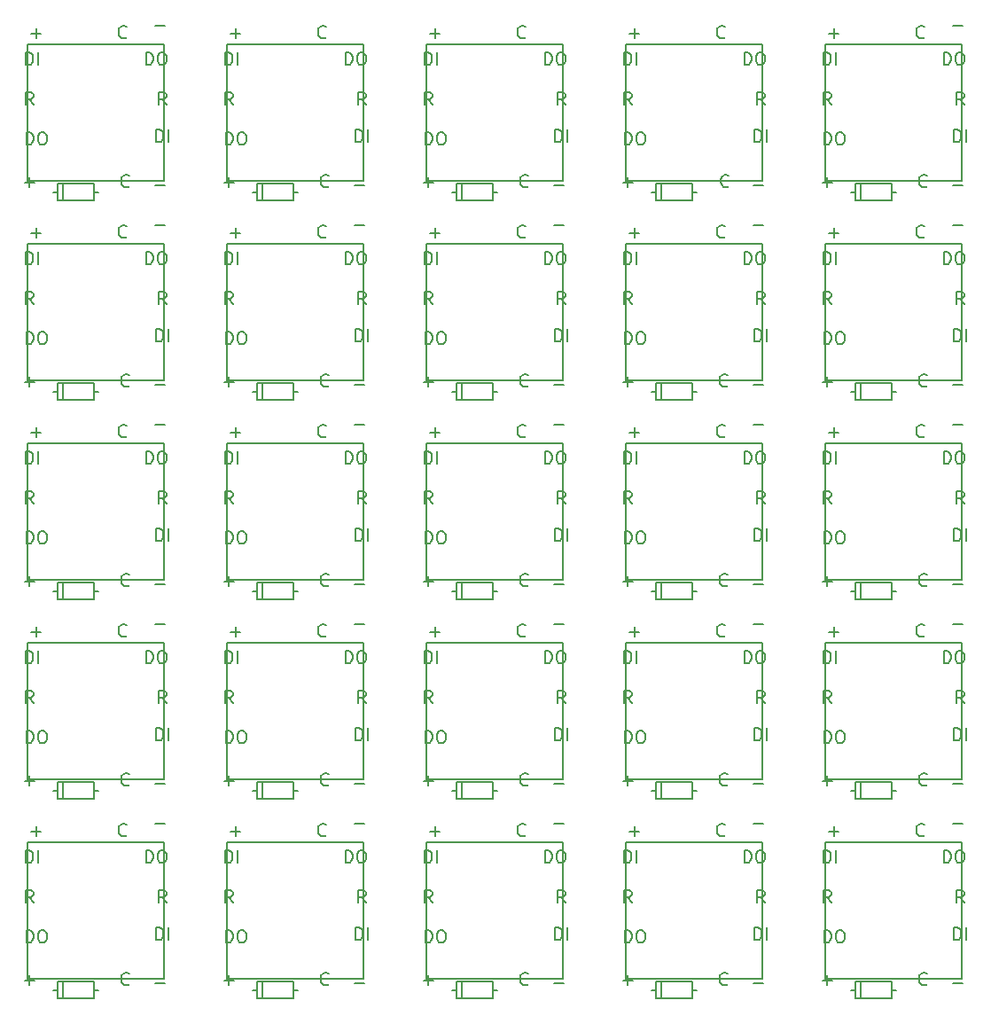
<source format=gto>
G04 #@! TF.GenerationSoftware,KiCad,Pcbnew,5.0.2-bee76a0~70~ubuntu18.04.1*
G04 #@! TF.CreationDate,2019-02-14T02:50:33+09:00*
G04 #@! TF.ProjectId,nexus,6e657875-732e-46b6-9963-61645f706362,rev?*
G04 #@! TF.SameCoordinates,Original*
G04 #@! TF.FileFunction,Legend,Top*
G04 #@! TF.FilePolarity,Positive*
%FSLAX46Y46*%
G04 Gerber Fmt 4.6, Leading zero omitted, Abs format (unit mm)*
G04 Created by KiCad (PCBNEW 5.0.2-bee76a0~70~ubuntu18.04.1) date 2019年02月14日 02時50分33秒*
%MOMM*%
%LPD*%
G01*
G04 APERTURE LIST*
%ADD10C,0.200000*%
%ADD11C,0.150000*%
%ADD12C,1.812000*%
%ADD13C,2.602000*%
%ADD14C,4.102000*%
%ADD15R,1.502000X1.502000*%
%ADD16C,1.502000*%
%ADD17C,1.902000*%
G04 APERTURE END LIST*
D10*
X143964142Y-114969857D02*
X143964142Y-113769857D01*
X144249857Y-113769857D01*
X144421285Y-113827000D01*
X144535571Y-113941285D01*
X144592714Y-114055571D01*
X144649857Y-114284142D01*
X144649857Y-114455571D01*
X144592714Y-114684142D01*
X144535571Y-114798428D01*
X144421285Y-114912714D01*
X144249857Y-114969857D01*
X143964142Y-114969857D01*
X145392714Y-113769857D02*
X145621285Y-113769857D01*
X145735571Y-113827000D01*
X145849857Y-113941285D01*
X145907000Y-114169857D01*
X145907000Y-114569857D01*
X145849857Y-114798428D01*
X145735571Y-114912714D01*
X145621285Y-114969857D01*
X145392714Y-114969857D01*
X145278428Y-114912714D01*
X145164142Y-114798428D01*
X145107000Y-114569857D01*
X145107000Y-114169857D01*
X145164142Y-113941285D01*
X145278428Y-113827000D01*
X145392714Y-113769857D01*
X124914142Y-114969857D02*
X124914142Y-113769857D01*
X125199857Y-113769857D01*
X125371285Y-113827000D01*
X125485571Y-113941285D01*
X125542714Y-114055571D01*
X125599857Y-114284142D01*
X125599857Y-114455571D01*
X125542714Y-114684142D01*
X125485571Y-114798428D01*
X125371285Y-114912714D01*
X125199857Y-114969857D01*
X124914142Y-114969857D01*
X126342714Y-113769857D02*
X126571285Y-113769857D01*
X126685571Y-113827000D01*
X126799857Y-113941285D01*
X126857000Y-114169857D01*
X126857000Y-114569857D01*
X126799857Y-114798428D01*
X126685571Y-114912714D01*
X126571285Y-114969857D01*
X126342714Y-114969857D01*
X126228428Y-114912714D01*
X126114142Y-114798428D01*
X126057000Y-114569857D01*
X126057000Y-114169857D01*
X126114142Y-113941285D01*
X126228428Y-113827000D01*
X126342714Y-113769857D01*
X105864142Y-114969857D02*
X105864142Y-113769857D01*
X106149857Y-113769857D01*
X106321285Y-113827000D01*
X106435571Y-113941285D01*
X106492714Y-114055571D01*
X106549857Y-114284142D01*
X106549857Y-114455571D01*
X106492714Y-114684142D01*
X106435571Y-114798428D01*
X106321285Y-114912714D01*
X106149857Y-114969857D01*
X105864142Y-114969857D01*
X107292714Y-113769857D02*
X107521285Y-113769857D01*
X107635571Y-113827000D01*
X107749857Y-113941285D01*
X107807000Y-114169857D01*
X107807000Y-114569857D01*
X107749857Y-114798428D01*
X107635571Y-114912714D01*
X107521285Y-114969857D01*
X107292714Y-114969857D01*
X107178428Y-114912714D01*
X107064142Y-114798428D01*
X107007000Y-114569857D01*
X107007000Y-114169857D01*
X107064142Y-113941285D01*
X107178428Y-113827000D01*
X107292714Y-113769857D01*
X86814142Y-114969857D02*
X86814142Y-113769857D01*
X87099857Y-113769857D01*
X87271285Y-113827000D01*
X87385571Y-113941285D01*
X87442714Y-114055571D01*
X87499857Y-114284142D01*
X87499857Y-114455571D01*
X87442714Y-114684142D01*
X87385571Y-114798428D01*
X87271285Y-114912714D01*
X87099857Y-114969857D01*
X86814142Y-114969857D01*
X88242714Y-113769857D02*
X88471285Y-113769857D01*
X88585571Y-113827000D01*
X88699857Y-113941285D01*
X88757000Y-114169857D01*
X88757000Y-114569857D01*
X88699857Y-114798428D01*
X88585571Y-114912714D01*
X88471285Y-114969857D01*
X88242714Y-114969857D01*
X88128428Y-114912714D01*
X88014142Y-114798428D01*
X87957000Y-114569857D01*
X87957000Y-114169857D01*
X88014142Y-113941285D01*
X88128428Y-113827000D01*
X88242714Y-113769857D01*
X67764142Y-114969857D02*
X67764142Y-113769857D01*
X68049857Y-113769857D01*
X68221285Y-113827000D01*
X68335571Y-113941285D01*
X68392714Y-114055571D01*
X68449857Y-114284142D01*
X68449857Y-114455571D01*
X68392714Y-114684142D01*
X68335571Y-114798428D01*
X68221285Y-114912714D01*
X68049857Y-114969857D01*
X67764142Y-114969857D01*
X69192714Y-113769857D02*
X69421285Y-113769857D01*
X69535571Y-113827000D01*
X69649857Y-113941285D01*
X69707000Y-114169857D01*
X69707000Y-114569857D01*
X69649857Y-114798428D01*
X69535571Y-114912714D01*
X69421285Y-114969857D01*
X69192714Y-114969857D01*
X69078428Y-114912714D01*
X68964142Y-114798428D01*
X68907000Y-114569857D01*
X68907000Y-114169857D01*
X68964142Y-113941285D01*
X69078428Y-113827000D01*
X69192714Y-113769857D01*
X143964142Y-95919857D02*
X143964142Y-94719857D01*
X144249857Y-94719857D01*
X144421285Y-94777000D01*
X144535571Y-94891285D01*
X144592714Y-95005571D01*
X144649857Y-95234142D01*
X144649857Y-95405571D01*
X144592714Y-95634142D01*
X144535571Y-95748428D01*
X144421285Y-95862714D01*
X144249857Y-95919857D01*
X143964142Y-95919857D01*
X145392714Y-94719857D02*
X145621285Y-94719857D01*
X145735571Y-94777000D01*
X145849857Y-94891285D01*
X145907000Y-95119857D01*
X145907000Y-95519857D01*
X145849857Y-95748428D01*
X145735571Y-95862714D01*
X145621285Y-95919857D01*
X145392714Y-95919857D01*
X145278428Y-95862714D01*
X145164142Y-95748428D01*
X145107000Y-95519857D01*
X145107000Y-95119857D01*
X145164142Y-94891285D01*
X145278428Y-94777000D01*
X145392714Y-94719857D01*
X124914142Y-95919857D02*
X124914142Y-94719857D01*
X125199857Y-94719857D01*
X125371285Y-94777000D01*
X125485571Y-94891285D01*
X125542714Y-95005571D01*
X125599857Y-95234142D01*
X125599857Y-95405571D01*
X125542714Y-95634142D01*
X125485571Y-95748428D01*
X125371285Y-95862714D01*
X125199857Y-95919857D01*
X124914142Y-95919857D01*
X126342714Y-94719857D02*
X126571285Y-94719857D01*
X126685571Y-94777000D01*
X126799857Y-94891285D01*
X126857000Y-95119857D01*
X126857000Y-95519857D01*
X126799857Y-95748428D01*
X126685571Y-95862714D01*
X126571285Y-95919857D01*
X126342714Y-95919857D01*
X126228428Y-95862714D01*
X126114142Y-95748428D01*
X126057000Y-95519857D01*
X126057000Y-95119857D01*
X126114142Y-94891285D01*
X126228428Y-94777000D01*
X126342714Y-94719857D01*
X105864142Y-95919857D02*
X105864142Y-94719857D01*
X106149857Y-94719857D01*
X106321285Y-94777000D01*
X106435571Y-94891285D01*
X106492714Y-95005571D01*
X106549857Y-95234142D01*
X106549857Y-95405571D01*
X106492714Y-95634142D01*
X106435571Y-95748428D01*
X106321285Y-95862714D01*
X106149857Y-95919857D01*
X105864142Y-95919857D01*
X107292714Y-94719857D02*
X107521285Y-94719857D01*
X107635571Y-94777000D01*
X107749857Y-94891285D01*
X107807000Y-95119857D01*
X107807000Y-95519857D01*
X107749857Y-95748428D01*
X107635571Y-95862714D01*
X107521285Y-95919857D01*
X107292714Y-95919857D01*
X107178428Y-95862714D01*
X107064142Y-95748428D01*
X107007000Y-95519857D01*
X107007000Y-95119857D01*
X107064142Y-94891285D01*
X107178428Y-94777000D01*
X107292714Y-94719857D01*
X86814142Y-95919857D02*
X86814142Y-94719857D01*
X87099857Y-94719857D01*
X87271285Y-94777000D01*
X87385571Y-94891285D01*
X87442714Y-95005571D01*
X87499857Y-95234142D01*
X87499857Y-95405571D01*
X87442714Y-95634142D01*
X87385571Y-95748428D01*
X87271285Y-95862714D01*
X87099857Y-95919857D01*
X86814142Y-95919857D01*
X88242714Y-94719857D02*
X88471285Y-94719857D01*
X88585571Y-94777000D01*
X88699857Y-94891285D01*
X88757000Y-95119857D01*
X88757000Y-95519857D01*
X88699857Y-95748428D01*
X88585571Y-95862714D01*
X88471285Y-95919857D01*
X88242714Y-95919857D01*
X88128428Y-95862714D01*
X88014142Y-95748428D01*
X87957000Y-95519857D01*
X87957000Y-95119857D01*
X88014142Y-94891285D01*
X88128428Y-94777000D01*
X88242714Y-94719857D01*
X67764142Y-95919857D02*
X67764142Y-94719857D01*
X68049857Y-94719857D01*
X68221285Y-94777000D01*
X68335571Y-94891285D01*
X68392714Y-95005571D01*
X68449857Y-95234142D01*
X68449857Y-95405571D01*
X68392714Y-95634142D01*
X68335571Y-95748428D01*
X68221285Y-95862714D01*
X68049857Y-95919857D01*
X67764142Y-95919857D01*
X69192714Y-94719857D02*
X69421285Y-94719857D01*
X69535571Y-94777000D01*
X69649857Y-94891285D01*
X69707000Y-95119857D01*
X69707000Y-95519857D01*
X69649857Y-95748428D01*
X69535571Y-95862714D01*
X69421285Y-95919857D01*
X69192714Y-95919857D01*
X69078428Y-95862714D01*
X68964142Y-95748428D01*
X68907000Y-95519857D01*
X68907000Y-95119857D01*
X68964142Y-94891285D01*
X69078428Y-94777000D01*
X69192714Y-94719857D01*
X143964142Y-76869857D02*
X143964142Y-75669857D01*
X144249857Y-75669857D01*
X144421285Y-75727000D01*
X144535571Y-75841285D01*
X144592714Y-75955571D01*
X144649857Y-76184142D01*
X144649857Y-76355571D01*
X144592714Y-76584142D01*
X144535571Y-76698428D01*
X144421285Y-76812714D01*
X144249857Y-76869857D01*
X143964142Y-76869857D01*
X145392714Y-75669857D02*
X145621285Y-75669857D01*
X145735571Y-75727000D01*
X145849857Y-75841285D01*
X145907000Y-76069857D01*
X145907000Y-76469857D01*
X145849857Y-76698428D01*
X145735571Y-76812714D01*
X145621285Y-76869857D01*
X145392714Y-76869857D01*
X145278428Y-76812714D01*
X145164142Y-76698428D01*
X145107000Y-76469857D01*
X145107000Y-76069857D01*
X145164142Y-75841285D01*
X145278428Y-75727000D01*
X145392714Y-75669857D01*
X124914142Y-76869857D02*
X124914142Y-75669857D01*
X125199857Y-75669857D01*
X125371285Y-75727000D01*
X125485571Y-75841285D01*
X125542714Y-75955571D01*
X125599857Y-76184142D01*
X125599857Y-76355571D01*
X125542714Y-76584142D01*
X125485571Y-76698428D01*
X125371285Y-76812714D01*
X125199857Y-76869857D01*
X124914142Y-76869857D01*
X126342714Y-75669857D02*
X126571285Y-75669857D01*
X126685571Y-75727000D01*
X126799857Y-75841285D01*
X126857000Y-76069857D01*
X126857000Y-76469857D01*
X126799857Y-76698428D01*
X126685571Y-76812714D01*
X126571285Y-76869857D01*
X126342714Y-76869857D01*
X126228428Y-76812714D01*
X126114142Y-76698428D01*
X126057000Y-76469857D01*
X126057000Y-76069857D01*
X126114142Y-75841285D01*
X126228428Y-75727000D01*
X126342714Y-75669857D01*
X105864142Y-76869857D02*
X105864142Y-75669857D01*
X106149857Y-75669857D01*
X106321285Y-75727000D01*
X106435571Y-75841285D01*
X106492714Y-75955571D01*
X106549857Y-76184142D01*
X106549857Y-76355571D01*
X106492714Y-76584142D01*
X106435571Y-76698428D01*
X106321285Y-76812714D01*
X106149857Y-76869857D01*
X105864142Y-76869857D01*
X107292714Y-75669857D02*
X107521285Y-75669857D01*
X107635571Y-75727000D01*
X107749857Y-75841285D01*
X107807000Y-76069857D01*
X107807000Y-76469857D01*
X107749857Y-76698428D01*
X107635571Y-76812714D01*
X107521285Y-76869857D01*
X107292714Y-76869857D01*
X107178428Y-76812714D01*
X107064142Y-76698428D01*
X107007000Y-76469857D01*
X107007000Y-76069857D01*
X107064142Y-75841285D01*
X107178428Y-75727000D01*
X107292714Y-75669857D01*
X86814142Y-76869857D02*
X86814142Y-75669857D01*
X87099857Y-75669857D01*
X87271285Y-75727000D01*
X87385571Y-75841285D01*
X87442714Y-75955571D01*
X87499857Y-76184142D01*
X87499857Y-76355571D01*
X87442714Y-76584142D01*
X87385571Y-76698428D01*
X87271285Y-76812714D01*
X87099857Y-76869857D01*
X86814142Y-76869857D01*
X88242714Y-75669857D02*
X88471285Y-75669857D01*
X88585571Y-75727000D01*
X88699857Y-75841285D01*
X88757000Y-76069857D01*
X88757000Y-76469857D01*
X88699857Y-76698428D01*
X88585571Y-76812714D01*
X88471285Y-76869857D01*
X88242714Y-76869857D01*
X88128428Y-76812714D01*
X88014142Y-76698428D01*
X87957000Y-76469857D01*
X87957000Y-76069857D01*
X88014142Y-75841285D01*
X88128428Y-75727000D01*
X88242714Y-75669857D01*
X67764142Y-76869857D02*
X67764142Y-75669857D01*
X68049857Y-75669857D01*
X68221285Y-75727000D01*
X68335571Y-75841285D01*
X68392714Y-75955571D01*
X68449857Y-76184142D01*
X68449857Y-76355571D01*
X68392714Y-76584142D01*
X68335571Y-76698428D01*
X68221285Y-76812714D01*
X68049857Y-76869857D01*
X67764142Y-76869857D01*
X69192714Y-75669857D02*
X69421285Y-75669857D01*
X69535571Y-75727000D01*
X69649857Y-75841285D01*
X69707000Y-76069857D01*
X69707000Y-76469857D01*
X69649857Y-76698428D01*
X69535571Y-76812714D01*
X69421285Y-76869857D01*
X69192714Y-76869857D01*
X69078428Y-76812714D01*
X68964142Y-76698428D01*
X68907000Y-76469857D01*
X68907000Y-76069857D01*
X68964142Y-75841285D01*
X69078428Y-75727000D01*
X69192714Y-75669857D01*
X143964142Y-57819857D02*
X143964142Y-56619857D01*
X144249857Y-56619857D01*
X144421285Y-56677000D01*
X144535571Y-56791285D01*
X144592714Y-56905571D01*
X144649857Y-57134142D01*
X144649857Y-57305571D01*
X144592714Y-57534142D01*
X144535571Y-57648428D01*
X144421285Y-57762714D01*
X144249857Y-57819857D01*
X143964142Y-57819857D01*
X145392714Y-56619857D02*
X145621285Y-56619857D01*
X145735571Y-56677000D01*
X145849857Y-56791285D01*
X145907000Y-57019857D01*
X145907000Y-57419857D01*
X145849857Y-57648428D01*
X145735571Y-57762714D01*
X145621285Y-57819857D01*
X145392714Y-57819857D01*
X145278428Y-57762714D01*
X145164142Y-57648428D01*
X145107000Y-57419857D01*
X145107000Y-57019857D01*
X145164142Y-56791285D01*
X145278428Y-56677000D01*
X145392714Y-56619857D01*
X124914142Y-57819857D02*
X124914142Y-56619857D01*
X125199857Y-56619857D01*
X125371285Y-56677000D01*
X125485571Y-56791285D01*
X125542714Y-56905571D01*
X125599857Y-57134142D01*
X125599857Y-57305571D01*
X125542714Y-57534142D01*
X125485571Y-57648428D01*
X125371285Y-57762714D01*
X125199857Y-57819857D01*
X124914142Y-57819857D01*
X126342714Y-56619857D02*
X126571285Y-56619857D01*
X126685571Y-56677000D01*
X126799857Y-56791285D01*
X126857000Y-57019857D01*
X126857000Y-57419857D01*
X126799857Y-57648428D01*
X126685571Y-57762714D01*
X126571285Y-57819857D01*
X126342714Y-57819857D01*
X126228428Y-57762714D01*
X126114142Y-57648428D01*
X126057000Y-57419857D01*
X126057000Y-57019857D01*
X126114142Y-56791285D01*
X126228428Y-56677000D01*
X126342714Y-56619857D01*
X105864142Y-57819857D02*
X105864142Y-56619857D01*
X106149857Y-56619857D01*
X106321285Y-56677000D01*
X106435571Y-56791285D01*
X106492714Y-56905571D01*
X106549857Y-57134142D01*
X106549857Y-57305571D01*
X106492714Y-57534142D01*
X106435571Y-57648428D01*
X106321285Y-57762714D01*
X106149857Y-57819857D01*
X105864142Y-57819857D01*
X107292714Y-56619857D02*
X107521285Y-56619857D01*
X107635571Y-56677000D01*
X107749857Y-56791285D01*
X107807000Y-57019857D01*
X107807000Y-57419857D01*
X107749857Y-57648428D01*
X107635571Y-57762714D01*
X107521285Y-57819857D01*
X107292714Y-57819857D01*
X107178428Y-57762714D01*
X107064142Y-57648428D01*
X107007000Y-57419857D01*
X107007000Y-57019857D01*
X107064142Y-56791285D01*
X107178428Y-56677000D01*
X107292714Y-56619857D01*
X86814142Y-57819857D02*
X86814142Y-56619857D01*
X87099857Y-56619857D01*
X87271285Y-56677000D01*
X87385571Y-56791285D01*
X87442714Y-56905571D01*
X87499857Y-57134142D01*
X87499857Y-57305571D01*
X87442714Y-57534142D01*
X87385571Y-57648428D01*
X87271285Y-57762714D01*
X87099857Y-57819857D01*
X86814142Y-57819857D01*
X88242714Y-56619857D02*
X88471285Y-56619857D01*
X88585571Y-56677000D01*
X88699857Y-56791285D01*
X88757000Y-57019857D01*
X88757000Y-57419857D01*
X88699857Y-57648428D01*
X88585571Y-57762714D01*
X88471285Y-57819857D01*
X88242714Y-57819857D01*
X88128428Y-57762714D01*
X88014142Y-57648428D01*
X87957000Y-57419857D01*
X87957000Y-57019857D01*
X88014142Y-56791285D01*
X88128428Y-56677000D01*
X88242714Y-56619857D01*
X67764142Y-57819857D02*
X67764142Y-56619857D01*
X68049857Y-56619857D01*
X68221285Y-56677000D01*
X68335571Y-56791285D01*
X68392714Y-56905571D01*
X68449857Y-57134142D01*
X68449857Y-57305571D01*
X68392714Y-57534142D01*
X68335571Y-57648428D01*
X68221285Y-57762714D01*
X68049857Y-57819857D01*
X67764142Y-57819857D01*
X69192714Y-56619857D02*
X69421285Y-56619857D01*
X69535571Y-56677000D01*
X69649857Y-56791285D01*
X69707000Y-57019857D01*
X69707000Y-57419857D01*
X69649857Y-57648428D01*
X69535571Y-57762714D01*
X69421285Y-57819857D01*
X69192714Y-57819857D01*
X69078428Y-57762714D01*
X68964142Y-57648428D01*
X68907000Y-57419857D01*
X68907000Y-57019857D01*
X68964142Y-56791285D01*
X69078428Y-56677000D01*
X69192714Y-56619857D01*
X143964142Y-38769857D02*
X143964142Y-37569857D01*
X144249857Y-37569857D01*
X144421285Y-37627000D01*
X144535571Y-37741285D01*
X144592714Y-37855571D01*
X144649857Y-38084142D01*
X144649857Y-38255571D01*
X144592714Y-38484142D01*
X144535571Y-38598428D01*
X144421285Y-38712714D01*
X144249857Y-38769857D01*
X143964142Y-38769857D01*
X145392714Y-37569857D02*
X145621285Y-37569857D01*
X145735571Y-37627000D01*
X145849857Y-37741285D01*
X145907000Y-37969857D01*
X145907000Y-38369857D01*
X145849857Y-38598428D01*
X145735571Y-38712714D01*
X145621285Y-38769857D01*
X145392714Y-38769857D01*
X145278428Y-38712714D01*
X145164142Y-38598428D01*
X145107000Y-38369857D01*
X145107000Y-37969857D01*
X145164142Y-37741285D01*
X145278428Y-37627000D01*
X145392714Y-37569857D01*
X124914142Y-38769857D02*
X124914142Y-37569857D01*
X125199857Y-37569857D01*
X125371285Y-37627000D01*
X125485571Y-37741285D01*
X125542714Y-37855571D01*
X125599857Y-38084142D01*
X125599857Y-38255571D01*
X125542714Y-38484142D01*
X125485571Y-38598428D01*
X125371285Y-38712714D01*
X125199857Y-38769857D01*
X124914142Y-38769857D01*
X126342714Y-37569857D02*
X126571285Y-37569857D01*
X126685571Y-37627000D01*
X126799857Y-37741285D01*
X126857000Y-37969857D01*
X126857000Y-38369857D01*
X126799857Y-38598428D01*
X126685571Y-38712714D01*
X126571285Y-38769857D01*
X126342714Y-38769857D01*
X126228428Y-38712714D01*
X126114142Y-38598428D01*
X126057000Y-38369857D01*
X126057000Y-37969857D01*
X126114142Y-37741285D01*
X126228428Y-37627000D01*
X126342714Y-37569857D01*
X105864142Y-38769857D02*
X105864142Y-37569857D01*
X106149857Y-37569857D01*
X106321285Y-37627000D01*
X106435571Y-37741285D01*
X106492714Y-37855571D01*
X106549857Y-38084142D01*
X106549857Y-38255571D01*
X106492714Y-38484142D01*
X106435571Y-38598428D01*
X106321285Y-38712714D01*
X106149857Y-38769857D01*
X105864142Y-38769857D01*
X107292714Y-37569857D02*
X107521285Y-37569857D01*
X107635571Y-37627000D01*
X107749857Y-37741285D01*
X107807000Y-37969857D01*
X107807000Y-38369857D01*
X107749857Y-38598428D01*
X107635571Y-38712714D01*
X107521285Y-38769857D01*
X107292714Y-38769857D01*
X107178428Y-38712714D01*
X107064142Y-38598428D01*
X107007000Y-38369857D01*
X107007000Y-37969857D01*
X107064142Y-37741285D01*
X107178428Y-37627000D01*
X107292714Y-37569857D01*
X86814142Y-38769857D02*
X86814142Y-37569857D01*
X87099857Y-37569857D01*
X87271285Y-37627000D01*
X87385571Y-37741285D01*
X87442714Y-37855571D01*
X87499857Y-38084142D01*
X87499857Y-38255571D01*
X87442714Y-38484142D01*
X87385571Y-38598428D01*
X87271285Y-38712714D01*
X87099857Y-38769857D01*
X86814142Y-38769857D01*
X88242714Y-37569857D02*
X88471285Y-37569857D01*
X88585571Y-37627000D01*
X88699857Y-37741285D01*
X88757000Y-37969857D01*
X88757000Y-38369857D01*
X88699857Y-38598428D01*
X88585571Y-38712714D01*
X88471285Y-38769857D01*
X88242714Y-38769857D01*
X88128428Y-38712714D01*
X88014142Y-38598428D01*
X87957000Y-38369857D01*
X87957000Y-37969857D01*
X88014142Y-37741285D01*
X88128428Y-37627000D01*
X88242714Y-37569857D01*
X143814857Y-118576714D02*
X144729142Y-118576714D01*
X144272000Y-119033857D02*
X144272000Y-118119571D01*
X124764857Y-118576714D02*
X125679142Y-118576714D01*
X125222000Y-119033857D02*
X125222000Y-118119571D01*
X105714857Y-118576714D02*
X106629142Y-118576714D01*
X106172000Y-119033857D02*
X106172000Y-118119571D01*
X86664857Y-118576714D02*
X87579142Y-118576714D01*
X87122000Y-119033857D02*
X87122000Y-118119571D01*
X67614857Y-118576714D02*
X68529142Y-118576714D01*
X68072000Y-119033857D02*
X68072000Y-118119571D01*
X143814857Y-99526714D02*
X144729142Y-99526714D01*
X144272000Y-99983857D02*
X144272000Y-99069571D01*
X124764857Y-99526714D02*
X125679142Y-99526714D01*
X125222000Y-99983857D02*
X125222000Y-99069571D01*
X105714857Y-99526714D02*
X106629142Y-99526714D01*
X106172000Y-99983857D02*
X106172000Y-99069571D01*
X86664857Y-99526714D02*
X87579142Y-99526714D01*
X87122000Y-99983857D02*
X87122000Y-99069571D01*
X67614857Y-99526714D02*
X68529142Y-99526714D01*
X68072000Y-99983857D02*
X68072000Y-99069571D01*
X143814857Y-80476714D02*
X144729142Y-80476714D01*
X144272000Y-80933857D02*
X144272000Y-80019571D01*
X124764857Y-80476714D02*
X125679142Y-80476714D01*
X125222000Y-80933857D02*
X125222000Y-80019571D01*
X105714857Y-80476714D02*
X106629142Y-80476714D01*
X106172000Y-80933857D02*
X106172000Y-80019571D01*
X86664857Y-80476714D02*
X87579142Y-80476714D01*
X87122000Y-80933857D02*
X87122000Y-80019571D01*
X67614857Y-80476714D02*
X68529142Y-80476714D01*
X68072000Y-80933857D02*
X68072000Y-80019571D01*
X143814857Y-61426714D02*
X144729142Y-61426714D01*
X144272000Y-61883857D02*
X144272000Y-60969571D01*
X124764857Y-61426714D02*
X125679142Y-61426714D01*
X125222000Y-61883857D02*
X125222000Y-60969571D01*
X105714857Y-61426714D02*
X106629142Y-61426714D01*
X106172000Y-61883857D02*
X106172000Y-60969571D01*
X86664857Y-61426714D02*
X87579142Y-61426714D01*
X87122000Y-61883857D02*
X87122000Y-60969571D01*
X67614857Y-61426714D02*
X68529142Y-61426714D01*
X68072000Y-61883857D02*
X68072000Y-60969571D01*
X143814857Y-42376714D02*
X144729142Y-42376714D01*
X144272000Y-42833857D02*
X144272000Y-41919571D01*
X124764857Y-42376714D02*
X125679142Y-42376714D01*
X125222000Y-42833857D02*
X125222000Y-41919571D01*
X105714857Y-42376714D02*
X106629142Y-42376714D01*
X106172000Y-42833857D02*
X106172000Y-41919571D01*
X86664857Y-42376714D02*
X87579142Y-42376714D01*
X87122000Y-42833857D02*
X87122000Y-41919571D01*
X156260857Y-118830714D02*
X157175142Y-118830714D01*
X137210857Y-118830714D02*
X138125142Y-118830714D01*
X118160857Y-118830714D02*
X119075142Y-118830714D01*
X99110857Y-118830714D02*
X100025142Y-118830714D01*
X80060857Y-118830714D02*
X80975142Y-118830714D01*
X156260857Y-99780714D02*
X157175142Y-99780714D01*
X137210857Y-99780714D02*
X138125142Y-99780714D01*
X118160857Y-99780714D02*
X119075142Y-99780714D01*
X99110857Y-99780714D02*
X100025142Y-99780714D01*
X80060857Y-99780714D02*
X80975142Y-99780714D01*
X156260857Y-80730714D02*
X157175142Y-80730714D01*
X137210857Y-80730714D02*
X138125142Y-80730714D01*
X118160857Y-80730714D02*
X119075142Y-80730714D01*
X99110857Y-80730714D02*
X100025142Y-80730714D01*
X80060857Y-80730714D02*
X80975142Y-80730714D01*
X156260857Y-61680714D02*
X157175142Y-61680714D01*
X137210857Y-61680714D02*
X138125142Y-61680714D01*
X118160857Y-61680714D02*
X119075142Y-61680714D01*
X99110857Y-61680714D02*
X100025142Y-61680714D01*
X80060857Y-61680714D02*
X80975142Y-61680714D01*
X156260857Y-42630714D02*
X157175142Y-42630714D01*
X137210857Y-42630714D02*
X138125142Y-42630714D01*
X118160857Y-42630714D02*
X119075142Y-42630714D01*
X99110857Y-42630714D02*
X100025142Y-42630714D01*
X157343428Y-111159857D02*
X156943428Y-110588428D01*
X156657714Y-111159857D02*
X156657714Y-109959857D01*
X157114857Y-109959857D01*
X157229142Y-110017000D01*
X157286285Y-110074142D01*
X157343428Y-110188428D01*
X157343428Y-110359857D01*
X157286285Y-110474142D01*
X157229142Y-110531285D01*
X157114857Y-110588428D01*
X156657714Y-110588428D01*
X138293428Y-111159857D02*
X137893428Y-110588428D01*
X137607714Y-111159857D02*
X137607714Y-109959857D01*
X138064857Y-109959857D01*
X138179142Y-110017000D01*
X138236285Y-110074142D01*
X138293428Y-110188428D01*
X138293428Y-110359857D01*
X138236285Y-110474142D01*
X138179142Y-110531285D01*
X138064857Y-110588428D01*
X137607714Y-110588428D01*
X119243428Y-111159857D02*
X118843428Y-110588428D01*
X118557714Y-111159857D02*
X118557714Y-109959857D01*
X119014857Y-109959857D01*
X119129142Y-110017000D01*
X119186285Y-110074142D01*
X119243428Y-110188428D01*
X119243428Y-110359857D01*
X119186285Y-110474142D01*
X119129142Y-110531285D01*
X119014857Y-110588428D01*
X118557714Y-110588428D01*
X100193428Y-111159857D02*
X99793428Y-110588428D01*
X99507714Y-111159857D02*
X99507714Y-109959857D01*
X99964857Y-109959857D01*
X100079142Y-110017000D01*
X100136285Y-110074142D01*
X100193428Y-110188428D01*
X100193428Y-110359857D01*
X100136285Y-110474142D01*
X100079142Y-110531285D01*
X99964857Y-110588428D01*
X99507714Y-110588428D01*
X81143428Y-111159857D02*
X80743428Y-110588428D01*
X80457714Y-111159857D02*
X80457714Y-109959857D01*
X80914857Y-109959857D01*
X81029142Y-110017000D01*
X81086285Y-110074142D01*
X81143428Y-110188428D01*
X81143428Y-110359857D01*
X81086285Y-110474142D01*
X81029142Y-110531285D01*
X80914857Y-110588428D01*
X80457714Y-110588428D01*
X157343428Y-92109857D02*
X156943428Y-91538428D01*
X156657714Y-92109857D02*
X156657714Y-90909857D01*
X157114857Y-90909857D01*
X157229142Y-90967000D01*
X157286285Y-91024142D01*
X157343428Y-91138428D01*
X157343428Y-91309857D01*
X157286285Y-91424142D01*
X157229142Y-91481285D01*
X157114857Y-91538428D01*
X156657714Y-91538428D01*
X138293428Y-92109857D02*
X137893428Y-91538428D01*
X137607714Y-92109857D02*
X137607714Y-90909857D01*
X138064857Y-90909857D01*
X138179142Y-90967000D01*
X138236285Y-91024142D01*
X138293428Y-91138428D01*
X138293428Y-91309857D01*
X138236285Y-91424142D01*
X138179142Y-91481285D01*
X138064857Y-91538428D01*
X137607714Y-91538428D01*
X119243428Y-92109857D02*
X118843428Y-91538428D01*
X118557714Y-92109857D02*
X118557714Y-90909857D01*
X119014857Y-90909857D01*
X119129142Y-90967000D01*
X119186285Y-91024142D01*
X119243428Y-91138428D01*
X119243428Y-91309857D01*
X119186285Y-91424142D01*
X119129142Y-91481285D01*
X119014857Y-91538428D01*
X118557714Y-91538428D01*
X100193428Y-92109857D02*
X99793428Y-91538428D01*
X99507714Y-92109857D02*
X99507714Y-90909857D01*
X99964857Y-90909857D01*
X100079142Y-90967000D01*
X100136285Y-91024142D01*
X100193428Y-91138428D01*
X100193428Y-91309857D01*
X100136285Y-91424142D01*
X100079142Y-91481285D01*
X99964857Y-91538428D01*
X99507714Y-91538428D01*
X81143428Y-92109857D02*
X80743428Y-91538428D01*
X80457714Y-92109857D02*
X80457714Y-90909857D01*
X80914857Y-90909857D01*
X81029142Y-90967000D01*
X81086285Y-91024142D01*
X81143428Y-91138428D01*
X81143428Y-91309857D01*
X81086285Y-91424142D01*
X81029142Y-91481285D01*
X80914857Y-91538428D01*
X80457714Y-91538428D01*
X157343428Y-73059857D02*
X156943428Y-72488428D01*
X156657714Y-73059857D02*
X156657714Y-71859857D01*
X157114857Y-71859857D01*
X157229142Y-71917000D01*
X157286285Y-71974142D01*
X157343428Y-72088428D01*
X157343428Y-72259857D01*
X157286285Y-72374142D01*
X157229142Y-72431285D01*
X157114857Y-72488428D01*
X156657714Y-72488428D01*
X138293428Y-73059857D02*
X137893428Y-72488428D01*
X137607714Y-73059857D02*
X137607714Y-71859857D01*
X138064857Y-71859857D01*
X138179142Y-71917000D01*
X138236285Y-71974142D01*
X138293428Y-72088428D01*
X138293428Y-72259857D01*
X138236285Y-72374142D01*
X138179142Y-72431285D01*
X138064857Y-72488428D01*
X137607714Y-72488428D01*
X119243428Y-73059857D02*
X118843428Y-72488428D01*
X118557714Y-73059857D02*
X118557714Y-71859857D01*
X119014857Y-71859857D01*
X119129142Y-71917000D01*
X119186285Y-71974142D01*
X119243428Y-72088428D01*
X119243428Y-72259857D01*
X119186285Y-72374142D01*
X119129142Y-72431285D01*
X119014857Y-72488428D01*
X118557714Y-72488428D01*
X100193428Y-73059857D02*
X99793428Y-72488428D01*
X99507714Y-73059857D02*
X99507714Y-71859857D01*
X99964857Y-71859857D01*
X100079142Y-71917000D01*
X100136285Y-71974142D01*
X100193428Y-72088428D01*
X100193428Y-72259857D01*
X100136285Y-72374142D01*
X100079142Y-72431285D01*
X99964857Y-72488428D01*
X99507714Y-72488428D01*
X81143428Y-73059857D02*
X80743428Y-72488428D01*
X80457714Y-73059857D02*
X80457714Y-71859857D01*
X80914857Y-71859857D01*
X81029142Y-71917000D01*
X81086285Y-71974142D01*
X81143428Y-72088428D01*
X81143428Y-72259857D01*
X81086285Y-72374142D01*
X81029142Y-72431285D01*
X80914857Y-72488428D01*
X80457714Y-72488428D01*
X157343428Y-54009857D02*
X156943428Y-53438428D01*
X156657714Y-54009857D02*
X156657714Y-52809857D01*
X157114857Y-52809857D01*
X157229142Y-52867000D01*
X157286285Y-52924142D01*
X157343428Y-53038428D01*
X157343428Y-53209857D01*
X157286285Y-53324142D01*
X157229142Y-53381285D01*
X157114857Y-53438428D01*
X156657714Y-53438428D01*
X138293428Y-54009857D02*
X137893428Y-53438428D01*
X137607714Y-54009857D02*
X137607714Y-52809857D01*
X138064857Y-52809857D01*
X138179142Y-52867000D01*
X138236285Y-52924142D01*
X138293428Y-53038428D01*
X138293428Y-53209857D01*
X138236285Y-53324142D01*
X138179142Y-53381285D01*
X138064857Y-53438428D01*
X137607714Y-53438428D01*
X119243428Y-54009857D02*
X118843428Y-53438428D01*
X118557714Y-54009857D02*
X118557714Y-52809857D01*
X119014857Y-52809857D01*
X119129142Y-52867000D01*
X119186285Y-52924142D01*
X119243428Y-53038428D01*
X119243428Y-53209857D01*
X119186285Y-53324142D01*
X119129142Y-53381285D01*
X119014857Y-53438428D01*
X118557714Y-53438428D01*
X100193428Y-54009857D02*
X99793428Y-53438428D01*
X99507714Y-54009857D02*
X99507714Y-52809857D01*
X99964857Y-52809857D01*
X100079142Y-52867000D01*
X100136285Y-52924142D01*
X100193428Y-53038428D01*
X100193428Y-53209857D01*
X100136285Y-53324142D01*
X100079142Y-53381285D01*
X99964857Y-53438428D01*
X99507714Y-53438428D01*
X81143428Y-54009857D02*
X80743428Y-53438428D01*
X80457714Y-54009857D02*
X80457714Y-52809857D01*
X80914857Y-52809857D01*
X81029142Y-52867000D01*
X81086285Y-52924142D01*
X81143428Y-53038428D01*
X81143428Y-53209857D01*
X81086285Y-53324142D01*
X81029142Y-53381285D01*
X80914857Y-53438428D01*
X80457714Y-53438428D01*
X157343428Y-34959857D02*
X156943428Y-34388428D01*
X156657714Y-34959857D02*
X156657714Y-33759857D01*
X157114857Y-33759857D01*
X157229142Y-33817000D01*
X157286285Y-33874142D01*
X157343428Y-33988428D01*
X157343428Y-34159857D01*
X157286285Y-34274142D01*
X157229142Y-34331285D01*
X157114857Y-34388428D01*
X156657714Y-34388428D01*
X138293428Y-34959857D02*
X137893428Y-34388428D01*
X137607714Y-34959857D02*
X137607714Y-33759857D01*
X138064857Y-33759857D01*
X138179142Y-33817000D01*
X138236285Y-33874142D01*
X138293428Y-33988428D01*
X138293428Y-34159857D01*
X138236285Y-34274142D01*
X138179142Y-34331285D01*
X138064857Y-34388428D01*
X137607714Y-34388428D01*
X119243428Y-34959857D02*
X118843428Y-34388428D01*
X118557714Y-34959857D02*
X118557714Y-33759857D01*
X119014857Y-33759857D01*
X119129142Y-33817000D01*
X119186285Y-33874142D01*
X119243428Y-33988428D01*
X119243428Y-34159857D01*
X119186285Y-34274142D01*
X119129142Y-34331285D01*
X119014857Y-34388428D01*
X118557714Y-34388428D01*
X100193428Y-34959857D02*
X99793428Y-34388428D01*
X99507714Y-34959857D02*
X99507714Y-33759857D01*
X99964857Y-33759857D01*
X100079142Y-33817000D01*
X100136285Y-33874142D01*
X100193428Y-33988428D01*
X100193428Y-34159857D01*
X100136285Y-34274142D01*
X100079142Y-34331285D01*
X99964857Y-34388428D01*
X99507714Y-34388428D01*
X144643428Y-111159857D02*
X144243428Y-110588428D01*
X143957714Y-111159857D02*
X143957714Y-109959857D01*
X144414857Y-109959857D01*
X144529142Y-110017000D01*
X144586285Y-110074142D01*
X144643428Y-110188428D01*
X144643428Y-110359857D01*
X144586285Y-110474142D01*
X144529142Y-110531285D01*
X144414857Y-110588428D01*
X143957714Y-110588428D01*
X125593428Y-111159857D02*
X125193428Y-110588428D01*
X124907714Y-111159857D02*
X124907714Y-109959857D01*
X125364857Y-109959857D01*
X125479142Y-110017000D01*
X125536285Y-110074142D01*
X125593428Y-110188428D01*
X125593428Y-110359857D01*
X125536285Y-110474142D01*
X125479142Y-110531285D01*
X125364857Y-110588428D01*
X124907714Y-110588428D01*
X106543428Y-111159857D02*
X106143428Y-110588428D01*
X105857714Y-111159857D02*
X105857714Y-109959857D01*
X106314857Y-109959857D01*
X106429142Y-110017000D01*
X106486285Y-110074142D01*
X106543428Y-110188428D01*
X106543428Y-110359857D01*
X106486285Y-110474142D01*
X106429142Y-110531285D01*
X106314857Y-110588428D01*
X105857714Y-110588428D01*
X87493428Y-111159857D02*
X87093428Y-110588428D01*
X86807714Y-111159857D02*
X86807714Y-109959857D01*
X87264857Y-109959857D01*
X87379142Y-110017000D01*
X87436285Y-110074142D01*
X87493428Y-110188428D01*
X87493428Y-110359857D01*
X87436285Y-110474142D01*
X87379142Y-110531285D01*
X87264857Y-110588428D01*
X86807714Y-110588428D01*
X68443428Y-111159857D02*
X68043428Y-110588428D01*
X67757714Y-111159857D02*
X67757714Y-109959857D01*
X68214857Y-109959857D01*
X68329142Y-110017000D01*
X68386285Y-110074142D01*
X68443428Y-110188428D01*
X68443428Y-110359857D01*
X68386285Y-110474142D01*
X68329142Y-110531285D01*
X68214857Y-110588428D01*
X67757714Y-110588428D01*
X144643428Y-92109857D02*
X144243428Y-91538428D01*
X143957714Y-92109857D02*
X143957714Y-90909857D01*
X144414857Y-90909857D01*
X144529142Y-90967000D01*
X144586285Y-91024142D01*
X144643428Y-91138428D01*
X144643428Y-91309857D01*
X144586285Y-91424142D01*
X144529142Y-91481285D01*
X144414857Y-91538428D01*
X143957714Y-91538428D01*
X125593428Y-92109857D02*
X125193428Y-91538428D01*
X124907714Y-92109857D02*
X124907714Y-90909857D01*
X125364857Y-90909857D01*
X125479142Y-90967000D01*
X125536285Y-91024142D01*
X125593428Y-91138428D01*
X125593428Y-91309857D01*
X125536285Y-91424142D01*
X125479142Y-91481285D01*
X125364857Y-91538428D01*
X124907714Y-91538428D01*
X106543428Y-92109857D02*
X106143428Y-91538428D01*
X105857714Y-92109857D02*
X105857714Y-90909857D01*
X106314857Y-90909857D01*
X106429142Y-90967000D01*
X106486285Y-91024142D01*
X106543428Y-91138428D01*
X106543428Y-91309857D01*
X106486285Y-91424142D01*
X106429142Y-91481285D01*
X106314857Y-91538428D01*
X105857714Y-91538428D01*
X87493428Y-92109857D02*
X87093428Y-91538428D01*
X86807714Y-92109857D02*
X86807714Y-90909857D01*
X87264857Y-90909857D01*
X87379142Y-90967000D01*
X87436285Y-91024142D01*
X87493428Y-91138428D01*
X87493428Y-91309857D01*
X87436285Y-91424142D01*
X87379142Y-91481285D01*
X87264857Y-91538428D01*
X86807714Y-91538428D01*
X68443428Y-92109857D02*
X68043428Y-91538428D01*
X67757714Y-92109857D02*
X67757714Y-90909857D01*
X68214857Y-90909857D01*
X68329142Y-90967000D01*
X68386285Y-91024142D01*
X68443428Y-91138428D01*
X68443428Y-91309857D01*
X68386285Y-91424142D01*
X68329142Y-91481285D01*
X68214857Y-91538428D01*
X67757714Y-91538428D01*
X144643428Y-73059857D02*
X144243428Y-72488428D01*
X143957714Y-73059857D02*
X143957714Y-71859857D01*
X144414857Y-71859857D01*
X144529142Y-71917000D01*
X144586285Y-71974142D01*
X144643428Y-72088428D01*
X144643428Y-72259857D01*
X144586285Y-72374142D01*
X144529142Y-72431285D01*
X144414857Y-72488428D01*
X143957714Y-72488428D01*
X125593428Y-73059857D02*
X125193428Y-72488428D01*
X124907714Y-73059857D02*
X124907714Y-71859857D01*
X125364857Y-71859857D01*
X125479142Y-71917000D01*
X125536285Y-71974142D01*
X125593428Y-72088428D01*
X125593428Y-72259857D01*
X125536285Y-72374142D01*
X125479142Y-72431285D01*
X125364857Y-72488428D01*
X124907714Y-72488428D01*
X106543428Y-73059857D02*
X106143428Y-72488428D01*
X105857714Y-73059857D02*
X105857714Y-71859857D01*
X106314857Y-71859857D01*
X106429142Y-71917000D01*
X106486285Y-71974142D01*
X106543428Y-72088428D01*
X106543428Y-72259857D01*
X106486285Y-72374142D01*
X106429142Y-72431285D01*
X106314857Y-72488428D01*
X105857714Y-72488428D01*
X87493428Y-73059857D02*
X87093428Y-72488428D01*
X86807714Y-73059857D02*
X86807714Y-71859857D01*
X87264857Y-71859857D01*
X87379142Y-71917000D01*
X87436285Y-71974142D01*
X87493428Y-72088428D01*
X87493428Y-72259857D01*
X87436285Y-72374142D01*
X87379142Y-72431285D01*
X87264857Y-72488428D01*
X86807714Y-72488428D01*
X68443428Y-73059857D02*
X68043428Y-72488428D01*
X67757714Y-73059857D02*
X67757714Y-71859857D01*
X68214857Y-71859857D01*
X68329142Y-71917000D01*
X68386285Y-71974142D01*
X68443428Y-72088428D01*
X68443428Y-72259857D01*
X68386285Y-72374142D01*
X68329142Y-72431285D01*
X68214857Y-72488428D01*
X67757714Y-72488428D01*
X144643428Y-54009857D02*
X144243428Y-53438428D01*
X143957714Y-54009857D02*
X143957714Y-52809857D01*
X144414857Y-52809857D01*
X144529142Y-52867000D01*
X144586285Y-52924142D01*
X144643428Y-53038428D01*
X144643428Y-53209857D01*
X144586285Y-53324142D01*
X144529142Y-53381285D01*
X144414857Y-53438428D01*
X143957714Y-53438428D01*
X125593428Y-54009857D02*
X125193428Y-53438428D01*
X124907714Y-54009857D02*
X124907714Y-52809857D01*
X125364857Y-52809857D01*
X125479142Y-52867000D01*
X125536285Y-52924142D01*
X125593428Y-53038428D01*
X125593428Y-53209857D01*
X125536285Y-53324142D01*
X125479142Y-53381285D01*
X125364857Y-53438428D01*
X124907714Y-53438428D01*
X106543428Y-54009857D02*
X106143428Y-53438428D01*
X105857714Y-54009857D02*
X105857714Y-52809857D01*
X106314857Y-52809857D01*
X106429142Y-52867000D01*
X106486285Y-52924142D01*
X106543428Y-53038428D01*
X106543428Y-53209857D01*
X106486285Y-53324142D01*
X106429142Y-53381285D01*
X106314857Y-53438428D01*
X105857714Y-53438428D01*
X87493428Y-54009857D02*
X87093428Y-53438428D01*
X86807714Y-54009857D02*
X86807714Y-52809857D01*
X87264857Y-52809857D01*
X87379142Y-52867000D01*
X87436285Y-52924142D01*
X87493428Y-53038428D01*
X87493428Y-53209857D01*
X87436285Y-53324142D01*
X87379142Y-53381285D01*
X87264857Y-53438428D01*
X86807714Y-53438428D01*
X68443428Y-54009857D02*
X68043428Y-53438428D01*
X67757714Y-54009857D02*
X67757714Y-52809857D01*
X68214857Y-52809857D01*
X68329142Y-52867000D01*
X68386285Y-52924142D01*
X68443428Y-53038428D01*
X68443428Y-53209857D01*
X68386285Y-53324142D01*
X68329142Y-53381285D01*
X68214857Y-53438428D01*
X67757714Y-53438428D01*
X144643428Y-34959857D02*
X144243428Y-34388428D01*
X143957714Y-34959857D02*
X143957714Y-33759857D01*
X144414857Y-33759857D01*
X144529142Y-33817000D01*
X144586285Y-33874142D01*
X144643428Y-33988428D01*
X144643428Y-34159857D01*
X144586285Y-34274142D01*
X144529142Y-34331285D01*
X144414857Y-34388428D01*
X143957714Y-34388428D01*
X125593428Y-34959857D02*
X125193428Y-34388428D01*
X124907714Y-34959857D02*
X124907714Y-33759857D01*
X125364857Y-33759857D01*
X125479142Y-33817000D01*
X125536285Y-33874142D01*
X125593428Y-33988428D01*
X125593428Y-34159857D01*
X125536285Y-34274142D01*
X125479142Y-34331285D01*
X125364857Y-34388428D01*
X124907714Y-34388428D01*
X106543428Y-34959857D02*
X106143428Y-34388428D01*
X105857714Y-34959857D02*
X105857714Y-33759857D01*
X106314857Y-33759857D01*
X106429142Y-33817000D01*
X106486285Y-33874142D01*
X106543428Y-33988428D01*
X106543428Y-34159857D01*
X106486285Y-34274142D01*
X106429142Y-34331285D01*
X106314857Y-34388428D01*
X105857714Y-34388428D01*
X87493428Y-34959857D02*
X87093428Y-34388428D01*
X86807714Y-34959857D02*
X86807714Y-33759857D01*
X87264857Y-33759857D01*
X87379142Y-33817000D01*
X87436285Y-33874142D01*
X87493428Y-33988428D01*
X87493428Y-34159857D01*
X87436285Y-34274142D01*
X87379142Y-34331285D01*
X87264857Y-34388428D01*
X86807714Y-34388428D01*
X144449857Y-104352714D02*
X145364142Y-104352714D01*
X144907000Y-104809857D02*
X144907000Y-103895571D01*
X125399857Y-104352714D02*
X126314142Y-104352714D01*
X125857000Y-104809857D02*
X125857000Y-103895571D01*
X106349857Y-104352714D02*
X107264142Y-104352714D01*
X106807000Y-104809857D02*
X106807000Y-103895571D01*
X87299857Y-104352714D02*
X88214142Y-104352714D01*
X87757000Y-104809857D02*
X87757000Y-103895571D01*
X68249857Y-104352714D02*
X69164142Y-104352714D01*
X68707000Y-104809857D02*
X68707000Y-103895571D01*
X144449857Y-85302714D02*
X145364142Y-85302714D01*
X144907000Y-85759857D02*
X144907000Y-84845571D01*
X125399857Y-85302714D02*
X126314142Y-85302714D01*
X125857000Y-85759857D02*
X125857000Y-84845571D01*
X106349857Y-85302714D02*
X107264142Y-85302714D01*
X106807000Y-85759857D02*
X106807000Y-84845571D01*
X87299857Y-85302714D02*
X88214142Y-85302714D01*
X87757000Y-85759857D02*
X87757000Y-84845571D01*
X68249857Y-85302714D02*
X69164142Y-85302714D01*
X68707000Y-85759857D02*
X68707000Y-84845571D01*
X144449857Y-66252714D02*
X145364142Y-66252714D01*
X144907000Y-66709857D02*
X144907000Y-65795571D01*
X125399857Y-66252714D02*
X126314142Y-66252714D01*
X125857000Y-66709857D02*
X125857000Y-65795571D01*
X106349857Y-66252714D02*
X107264142Y-66252714D01*
X106807000Y-66709857D02*
X106807000Y-65795571D01*
X87299857Y-66252714D02*
X88214142Y-66252714D01*
X87757000Y-66709857D02*
X87757000Y-65795571D01*
X68249857Y-66252714D02*
X69164142Y-66252714D01*
X68707000Y-66709857D02*
X68707000Y-65795571D01*
X144449857Y-47202714D02*
X145364142Y-47202714D01*
X144907000Y-47659857D02*
X144907000Y-46745571D01*
X125399857Y-47202714D02*
X126314142Y-47202714D01*
X125857000Y-47659857D02*
X125857000Y-46745571D01*
X106349857Y-47202714D02*
X107264142Y-47202714D01*
X106807000Y-47659857D02*
X106807000Y-46745571D01*
X87299857Y-47202714D02*
X88214142Y-47202714D01*
X87757000Y-47659857D02*
X87757000Y-46745571D01*
X68249857Y-47202714D02*
X69164142Y-47202714D01*
X68707000Y-47659857D02*
X68707000Y-46745571D01*
X144449857Y-28152714D02*
X145364142Y-28152714D01*
X144907000Y-28609857D02*
X144907000Y-27695571D01*
X125399857Y-28152714D02*
X126314142Y-28152714D01*
X125857000Y-28609857D02*
X125857000Y-27695571D01*
X106349857Y-28152714D02*
X107264142Y-28152714D01*
X106807000Y-28609857D02*
X106807000Y-27695571D01*
X87299857Y-28152714D02*
X88214142Y-28152714D01*
X87757000Y-28609857D02*
X87757000Y-27695571D01*
X153787428Y-118919571D02*
X153730285Y-118976714D01*
X153558857Y-119033857D01*
X153444571Y-119033857D01*
X153273142Y-118976714D01*
X153158857Y-118862428D01*
X153101714Y-118748142D01*
X153044571Y-118519571D01*
X153044571Y-118348142D01*
X153101714Y-118119571D01*
X153158857Y-118005285D01*
X153273142Y-117891000D01*
X153444571Y-117833857D01*
X153558857Y-117833857D01*
X153730285Y-117891000D01*
X153787428Y-117948142D01*
X134737428Y-118919571D02*
X134680285Y-118976714D01*
X134508857Y-119033857D01*
X134394571Y-119033857D01*
X134223142Y-118976714D01*
X134108857Y-118862428D01*
X134051714Y-118748142D01*
X133994571Y-118519571D01*
X133994571Y-118348142D01*
X134051714Y-118119571D01*
X134108857Y-118005285D01*
X134223142Y-117891000D01*
X134394571Y-117833857D01*
X134508857Y-117833857D01*
X134680285Y-117891000D01*
X134737428Y-117948142D01*
X115687428Y-118919571D02*
X115630285Y-118976714D01*
X115458857Y-119033857D01*
X115344571Y-119033857D01*
X115173142Y-118976714D01*
X115058857Y-118862428D01*
X115001714Y-118748142D01*
X114944571Y-118519571D01*
X114944571Y-118348142D01*
X115001714Y-118119571D01*
X115058857Y-118005285D01*
X115173142Y-117891000D01*
X115344571Y-117833857D01*
X115458857Y-117833857D01*
X115630285Y-117891000D01*
X115687428Y-117948142D01*
X96637428Y-118919571D02*
X96580285Y-118976714D01*
X96408857Y-119033857D01*
X96294571Y-119033857D01*
X96123142Y-118976714D01*
X96008857Y-118862428D01*
X95951714Y-118748142D01*
X95894571Y-118519571D01*
X95894571Y-118348142D01*
X95951714Y-118119571D01*
X96008857Y-118005285D01*
X96123142Y-117891000D01*
X96294571Y-117833857D01*
X96408857Y-117833857D01*
X96580285Y-117891000D01*
X96637428Y-117948142D01*
X77587428Y-118919571D02*
X77530285Y-118976714D01*
X77358857Y-119033857D01*
X77244571Y-119033857D01*
X77073142Y-118976714D01*
X76958857Y-118862428D01*
X76901714Y-118748142D01*
X76844571Y-118519571D01*
X76844571Y-118348142D01*
X76901714Y-118119571D01*
X76958857Y-118005285D01*
X77073142Y-117891000D01*
X77244571Y-117833857D01*
X77358857Y-117833857D01*
X77530285Y-117891000D01*
X77587428Y-117948142D01*
X153787428Y-99869571D02*
X153730285Y-99926714D01*
X153558857Y-99983857D01*
X153444571Y-99983857D01*
X153273142Y-99926714D01*
X153158857Y-99812428D01*
X153101714Y-99698142D01*
X153044571Y-99469571D01*
X153044571Y-99298142D01*
X153101714Y-99069571D01*
X153158857Y-98955285D01*
X153273142Y-98841000D01*
X153444571Y-98783857D01*
X153558857Y-98783857D01*
X153730285Y-98841000D01*
X153787428Y-98898142D01*
X134737428Y-99869571D02*
X134680285Y-99926714D01*
X134508857Y-99983857D01*
X134394571Y-99983857D01*
X134223142Y-99926714D01*
X134108857Y-99812428D01*
X134051714Y-99698142D01*
X133994571Y-99469571D01*
X133994571Y-99298142D01*
X134051714Y-99069571D01*
X134108857Y-98955285D01*
X134223142Y-98841000D01*
X134394571Y-98783857D01*
X134508857Y-98783857D01*
X134680285Y-98841000D01*
X134737428Y-98898142D01*
X115687428Y-99869571D02*
X115630285Y-99926714D01*
X115458857Y-99983857D01*
X115344571Y-99983857D01*
X115173142Y-99926714D01*
X115058857Y-99812428D01*
X115001714Y-99698142D01*
X114944571Y-99469571D01*
X114944571Y-99298142D01*
X115001714Y-99069571D01*
X115058857Y-98955285D01*
X115173142Y-98841000D01*
X115344571Y-98783857D01*
X115458857Y-98783857D01*
X115630285Y-98841000D01*
X115687428Y-98898142D01*
X96637428Y-99869571D02*
X96580285Y-99926714D01*
X96408857Y-99983857D01*
X96294571Y-99983857D01*
X96123142Y-99926714D01*
X96008857Y-99812428D01*
X95951714Y-99698142D01*
X95894571Y-99469571D01*
X95894571Y-99298142D01*
X95951714Y-99069571D01*
X96008857Y-98955285D01*
X96123142Y-98841000D01*
X96294571Y-98783857D01*
X96408857Y-98783857D01*
X96580285Y-98841000D01*
X96637428Y-98898142D01*
X77587428Y-99869571D02*
X77530285Y-99926714D01*
X77358857Y-99983857D01*
X77244571Y-99983857D01*
X77073142Y-99926714D01*
X76958857Y-99812428D01*
X76901714Y-99698142D01*
X76844571Y-99469571D01*
X76844571Y-99298142D01*
X76901714Y-99069571D01*
X76958857Y-98955285D01*
X77073142Y-98841000D01*
X77244571Y-98783857D01*
X77358857Y-98783857D01*
X77530285Y-98841000D01*
X77587428Y-98898142D01*
X153787428Y-80819571D02*
X153730285Y-80876714D01*
X153558857Y-80933857D01*
X153444571Y-80933857D01*
X153273142Y-80876714D01*
X153158857Y-80762428D01*
X153101714Y-80648142D01*
X153044571Y-80419571D01*
X153044571Y-80248142D01*
X153101714Y-80019571D01*
X153158857Y-79905285D01*
X153273142Y-79791000D01*
X153444571Y-79733857D01*
X153558857Y-79733857D01*
X153730285Y-79791000D01*
X153787428Y-79848142D01*
X134737428Y-80819571D02*
X134680285Y-80876714D01*
X134508857Y-80933857D01*
X134394571Y-80933857D01*
X134223142Y-80876714D01*
X134108857Y-80762428D01*
X134051714Y-80648142D01*
X133994571Y-80419571D01*
X133994571Y-80248142D01*
X134051714Y-80019571D01*
X134108857Y-79905285D01*
X134223142Y-79791000D01*
X134394571Y-79733857D01*
X134508857Y-79733857D01*
X134680285Y-79791000D01*
X134737428Y-79848142D01*
X115687428Y-80819571D02*
X115630285Y-80876714D01*
X115458857Y-80933857D01*
X115344571Y-80933857D01*
X115173142Y-80876714D01*
X115058857Y-80762428D01*
X115001714Y-80648142D01*
X114944571Y-80419571D01*
X114944571Y-80248142D01*
X115001714Y-80019571D01*
X115058857Y-79905285D01*
X115173142Y-79791000D01*
X115344571Y-79733857D01*
X115458857Y-79733857D01*
X115630285Y-79791000D01*
X115687428Y-79848142D01*
X96637428Y-80819571D02*
X96580285Y-80876714D01*
X96408857Y-80933857D01*
X96294571Y-80933857D01*
X96123142Y-80876714D01*
X96008857Y-80762428D01*
X95951714Y-80648142D01*
X95894571Y-80419571D01*
X95894571Y-80248142D01*
X95951714Y-80019571D01*
X96008857Y-79905285D01*
X96123142Y-79791000D01*
X96294571Y-79733857D01*
X96408857Y-79733857D01*
X96580285Y-79791000D01*
X96637428Y-79848142D01*
X77587428Y-80819571D02*
X77530285Y-80876714D01*
X77358857Y-80933857D01*
X77244571Y-80933857D01*
X77073142Y-80876714D01*
X76958857Y-80762428D01*
X76901714Y-80648142D01*
X76844571Y-80419571D01*
X76844571Y-80248142D01*
X76901714Y-80019571D01*
X76958857Y-79905285D01*
X77073142Y-79791000D01*
X77244571Y-79733857D01*
X77358857Y-79733857D01*
X77530285Y-79791000D01*
X77587428Y-79848142D01*
X153787428Y-61769571D02*
X153730285Y-61826714D01*
X153558857Y-61883857D01*
X153444571Y-61883857D01*
X153273142Y-61826714D01*
X153158857Y-61712428D01*
X153101714Y-61598142D01*
X153044571Y-61369571D01*
X153044571Y-61198142D01*
X153101714Y-60969571D01*
X153158857Y-60855285D01*
X153273142Y-60741000D01*
X153444571Y-60683857D01*
X153558857Y-60683857D01*
X153730285Y-60741000D01*
X153787428Y-60798142D01*
X134737428Y-61769571D02*
X134680285Y-61826714D01*
X134508857Y-61883857D01*
X134394571Y-61883857D01*
X134223142Y-61826714D01*
X134108857Y-61712428D01*
X134051714Y-61598142D01*
X133994571Y-61369571D01*
X133994571Y-61198142D01*
X134051714Y-60969571D01*
X134108857Y-60855285D01*
X134223142Y-60741000D01*
X134394571Y-60683857D01*
X134508857Y-60683857D01*
X134680285Y-60741000D01*
X134737428Y-60798142D01*
X115687428Y-61769571D02*
X115630285Y-61826714D01*
X115458857Y-61883857D01*
X115344571Y-61883857D01*
X115173142Y-61826714D01*
X115058857Y-61712428D01*
X115001714Y-61598142D01*
X114944571Y-61369571D01*
X114944571Y-61198142D01*
X115001714Y-60969571D01*
X115058857Y-60855285D01*
X115173142Y-60741000D01*
X115344571Y-60683857D01*
X115458857Y-60683857D01*
X115630285Y-60741000D01*
X115687428Y-60798142D01*
X96637428Y-61769571D02*
X96580285Y-61826714D01*
X96408857Y-61883857D01*
X96294571Y-61883857D01*
X96123142Y-61826714D01*
X96008857Y-61712428D01*
X95951714Y-61598142D01*
X95894571Y-61369571D01*
X95894571Y-61198142D01*
X95951714Y-60969571D01*
X96008857Y-60855285D01*
X96123142Y-60741000D01*
X96294571Y-60683857D01*
X96408857Y-60683857D01*
X96580285Y-60741000D01*
X96637428Y-60798142D01*
X77587428Y-61769571D02*
X77530285Y-61826714D01*
X77358857Y-61883857D01*
X77244571Y-61883857D01*
X77073142Y-61826714D01*
X76958857Y-61712428D01*
X76901714Y-61598142D01*
X76844571Y-61369571D01*
X76844571Y-61198142D01*
X76901714Y-60969571D01*
X76958857Y-60855285D01*
X77073142Y-60741000D01*
X77244571Y-60683857D01*
X77358857Y-60683857D01*
X77530285Y-60741000D01*
X77587428Y-60798142D01*
X153787428Y-42719571D02*
X153730285Y-42776714D01*
X153558857Y-42833857D01*
X153444571Y-42833857D01*
X153273142Y-42776714D01*
X153158857Y-42662428D01*
X153101714Y-42548142D01*
X153044571Y-42319571D01*
X153044571Y-42148142D01*
X153101714Y-41919571D01*
X153158857Y-41805285D01*
X153273142Y-41691000D01*
X153444571Y-41633857D01*
X153558857Y-41633857D01*
X153730285Y-41691000D01*
X153787428Y-41748142D01*
X134864428Y-42719571D02*
X134807285Y-42776714D01*
X134635857Y-42833857D01*
X134521571Y-42833857D01*
X134350142Y-42776714D01*
X134235857Y-42662428D01*
X134178714Y-42548142D01*
X134121571Y-42319571D01*
X134121571Y-42148142D01*
X134178714Y-41919571D01*
X134235857Y-41805285D01*
X134350142Y-41691000D01*
X134521571Y-41633857D01*
X134635857Y-41633857D01*
X134807285Y-41691000D01*
X134864428Y-41748142D01*
X115687428Y-42719571D02*
X115630285Y-42776714D01*
X115458857Y-42833857D01*
X115344571Y-42833857D01*
X115173142Y-42776714D01*
X115058857Y-42662428D01*
X115001714Y-42548142D01*
X114944571Y-42319571D01*
X114944571Y-42148142D01*
X115001714Y-41919571D01*
X115058857Y-41805285D01*
X115173142Y-41691000D01*
X115344571Y-41633857D01*
X115458857Y-41633857D01*
X115630285Y-41691000D01*
X115687428Y-41748142D01*
X96637428Y-42719571D02*
X96580285Y-42776714D01*
X96408857Y-42833857D01*
X96294571Y-42833857D01*
X96123142Y-42776714D01*
X96008857Y-42662428D01*
X95951714Y-42548142D01*
X95894571Y-42319571D01*
X95894571Y-42148142D01*
X95951714Y-41919571D01*
X96008857Y-41805285D01*
X96123142Y-41691000D01*
X96294571Y-41633857D01*
X96408857Y-41633857D01*
X96580285Y-41691000D01*
X96637428Y-41748142D01*
X155394142Y-107349857D02*
X155394142Y-106149857D01*
X155679857Y-106149857D01*
X155851285Y-106207000D01*
X155965571Y-106321285D01*
X156022714Y-106435571D01*
X156079857Y-106664142D01*
X156079857Y-106835571D01*
X156022714Y-107064142D01*
X155965571Y-107178428D01*
X155851285Y-107292714D01*
X155679857Y-107349857D01*
X155394142Y-107349857D01*
X156822714Y-106149857D02*
X157051285Y-106149857D01*
X157165571Y-106207000D01*
X157279857Y-106321285D01*
X157337000Y-106549857D01*
X157337000Y-106949857D01*
X157279857Y-107178428D01*
X157165571Y-107292714D01*
X157051285Y-107349857D01*
X156822714Y-107349857D01*
X156708428Y-107292714D01*
X156594142Y-107178428D01*
X156537000Y-106949857D01*
X156537000Y-106549857D01*
X156594142Y-106321285D01*
X156708428Y-106207000D01*
X156822714Y-106149857D01*
X136344142Y-107349857D02*
X136344142Y-106149857D01*
X136629857Y-106149857D01*
X136801285Y-106207000D01*
X136915571Y-106321285D01*
X136972714Y-106435571D01*
X137029857Y-106664142D01*
X137029857Y-106835571D01*
X136972714Y-107064142D01*
X136915571Y-107178428D01*
X136801285Y-107292714D01*
X136629857Y-107349857D01*
X136344142Y-107349857D01*
X137772714Y-106149857D02*
X138001285Y-106149857D01*
X138115571Y-106207000D01*
X138229857Y-106321285D01*
X138287000Y-106549857D01*
X138287000Y-106949857D01*
X138229857Y-107178428D01*
X138115571Y-107292714D01*
X138001285Y-107349857D01*
X137772714Y-107349857D01*
X137658428Y-107292714D01*
X137544142Y-107178428D01*
X137487000Y-106949857D01*
X137487000Y-106549857D01*
X137544142Y-106321285D01*
X137658428Y-106207000D01*
X137772714Y-106149857D01*
X117294142Y-107349857D02*
X117294142Y-106149857D01*
X117579857Y-106149857D01*
X117751285Y-106207000D01*
X117865571Y-106321285D01*
X117922714Y-106435571D01*
X117979857Y-106664142D01*
X117979857Y-106835571D01*
X117922714Y-107064142D01*
X117865571Y-107178428D01*
X117751285Y-107292714D01*
X117579857Y-107349857D01*
X117294142Y-107349857D01*
X118722714Y-106149857D02*
X118951285Y-106149857D01*
X119065571Y-106207000D01*
X119179857Y-106321285D01*
X119237000Y-106549857D01*
X119237000Y-106949857D01*
X119179857Y-107178428D01*
X119065571Y-107292714D01*
X118951285Y-107349857D01*
X118722714Y-107349857D01*
X118608428Y-107292714D01*
X118494142Y-107178428D01*
X118437000Y-106949857D01*
X118437000Y-106549857D01*
X118494142Y-106321285D01*
X118608428Y-106207000D01*
X118722714Y-106149857D01*
X98244142Y-107349857D02*
X98244142Y-106149857D01*
X98529857Y-106149857D01*
X98701285Y-106207000D01*
X98815571Y-106321285D01*
X98872714Y-106435571D01*
X98929857Y-106664142D01*
X98929857Y-106835571D01*
X98872714Y-107064142D01*
X98815571Y-107178428D01*
X98701285Y-107292714D01*
X98529857Y-107349857D01*
X98244142Y-107349857D01*
X99672714Y-106149857D02*
X99901285Y-106149857D01*
X100015571Y-106207000D01*
X100129857Y-106321285D01*
X100187000Y-106549857D01*
X100187000Y-106949857D01*
X100129857Y-107178428D01*
X100015571Y-107292714D01*
X99901285Y-107349857D01*
X99672714Y-107349857D01*
X99558428Y-107292714D01*
X99444142Y-107178428D01*
X99387000Y-106949857D01*
X99387000Y-106549857D01*
X99444142Y-106321285D01*
X99558428Y-106207000D01*
X99672714Y-106149857D01*
X79194142Y-107349857D02*
X79194142Y-106149857D01*
X79479857Y-106149857D01*
X79651285Y-106207000D01*
X79765571Y-106321285D01*
X79822714Y-106435571D01*
X79879857Y-106664142D01*
X79879857Y-106835571D01*
X79822714Y-107064142D01*
X79765571Y-107178428D01*
X79651285Y-107292714D01*
X79479857Y-107349857D01*
X79194142Y-107349857D01*
X80622714Y-106149857D02*
X80851285Y-106149857D01*
X80965571Y-106207000D01*
X81079857Y-106321285D01*
X81137000Y-106549857D01*
X81137000Y-106949857D01*
X81079857Y-107178428D01*
X80965571Y-107292714D01*
X80851285Y-107349857D01*
X80622714Y-107349857D01*
X80508428Y-107292714D01*
X80394142Y-107178428D01*
X80337000Y-106949857D01*
X80337000Y-106549857D01*
X80394142Y-106321285D01*
X80508428Y-106207000D01*
X80622714Y-106149857D01*
X155394142Y-88299857D02*
X155394142Y-87099857D01*
X155679857Y-87099857D01*
X155851285Y-87157000D01*
X155965571Y-87271285D01*
X156022714Y-87385571D01*
X156079857Y-87614142D01*
X156079857Y-87785571D01*
X156022714Y-88014142D01*
X155965571Y-88128428D01*
X155851285Y-88242714D01*
X155679857Y-88299857D01*
X155394142Y-88299857D01*
X156822714Y-87099857D02*
X157051285Y-87099857D01*
X157165571Y-87157000D01*
X157279857Y-87271285D01*
X157337000Y-87499857D01*
X157337000Y-87899857D01*
X157279857Y-88128428D01*
X157165571Y-88242714D01*
X157051285Y-88299857D01*
X156822714Y-88299857D01*
X156708428Y-88242714D01*
X156594142Y-88128428D01*
X156537000Y-87899857D01*
X156537000Y-87499857D01*
X156594142Y-87271285D01*
X156708428Y-87157000D01*
X156822714Y-87099857D01*
X136344142Y-88299857D02*
X136344142Y-87099857D01*
X136629857Y-87099857D01*
X136801285Y-87157000D01*
X136915571Y-87271285D01*
X136972714Y-87385571D01*
X137029857Y-87614142D01*
X137029857Y-87785571D01*
X136972714Y-88014142D01*
X136915571Y-88128428D01*
X136801285Y-88242714D01*
X136629857Y-88299857D01*
X136344142Y-88299857D01*
X137772714Y-87099857D02*
X138001285Y-87099857D01*
X138115571Y-87157000D01*
X138229857Y-87271285D01*
X138287000Y-87499857D01*
X138287000Y-87899857D01*
X138229857Y-88128428D01*
X138115571Y-88242714D01*
X138001285Y-88299857D01*
X137772714Y-88299857D01*
X137658428Y-88242714D01*
X137544142Y-88128428D01*
X137487000Y-87899857D01*
X137487000Y-87499857D01*
X137544142Y-87271285D01*
X137658428Y-87157000D01*
X137772714Y-87099857D01*
X117294142Y-88299857D02*
X117294142Y-87099857D01*
X117579857Y-87099857D01*
X117751285Y-87157000D01*
X117865571Y-87271285D01*
X117922714Y-87385571D01*
X117979857Y-87614142D01*
X117979857Y-87785571D01*
X117922714Y-88014142D01*
X117865571Y-88128428D01*
X117751285Y-88242714D01*
X117579857Y-88299857D01*
X117294142Y-88299857D01*
X118722714Y-87099857D02*
X118951285Y-87099857D01*
X119065571Y-87157000D01*
X119179857Y-87271285D01*
X119237000Y-87499857D01*
X119237000Y-87899857D01*
X119179857Y-88128428D01*
X119065571Y-88242714D01*
X118951285Y-88299857D01*
X118722714Y-88299857D01*
X118608428Y-88242714D01*
X118494142Y-88128428D01*
X118437000Y-87899857D01*
X118437000Y-87499857D01*
X118494142Y-87271285D01*
X118608428Y-87157000D01*
X118722714Y-87099857D01*
X98244142Y-88299857D02*
X98244142Y-87099857D01*
X98529857Y-87099857D01*
X98701285Y-87157000D01*
X98815571Y-87271285D01*
X98872714Y-87385571D01*
X98929857Y-87614142D01*
X98929857Y-87785571D01*
X98872714Y-88014142D01*
X98815571Y-88128428D01*
X98701285Y-88242714D01*
X98529857Y-88299857D01*
X98244142Y-88299857D01*
X99672714Y-87099857D02*
X99901285Y-87099857D01*
X100015571Y-87157000D01*
X100129857Y-87271285D01*
X100187000Y-87499857D01*
X100187000Y-87899857D01*
X100129857Y-88128428D01*
X100015571Y-88242714D01*
X99901285Y-88299857D01*
X99672714Y-88299857D01*
X99558428Y-88242714D01*
X99444142Y-88128428D01*
X99387000Y-87899857D01*
X99387000Y-87499857D01*
X99444142Y-87271285D01*
X99558428Y-87157000D01*
X99672714Y-87099857D01*
X79194142Y-88299857D02*
X79194142Y-87099857D01*
X79479857Y-87099857D01*
X79651285Y-87157000D01*
X79765571Y-87271285D01*
X79822714Y-87385571D01*
X79879857Y-87614142D01*
X79879857Y-87785571D01*
X79822714Y-88014142D01*
X79765571Y-88128428D01*
X79651285Y-88242714D01*
X79479857Y-88299857D01*
X79194142Y-88299857D01*
X80622714Y-87099857D02*
X80851285Y-87099857D01*
X80965571Y-87157000D01*
X81079857Y-87271285D01*
X81137000Y-87499857D01*
X81137000Y-87899857D01*
X81079857Y-88128428D01*
X80965571Y-88242714D01*
X80851285Y-88299857D01*
X80622714Y-88299857D01*
X80508428Y-88242714D01*
X80394142Y-88128428D01*
X80337000Y-87899857D01*
X80337000Y-87499857D01*
X80394142Y-87271285D01*
X80508428Y-87157000D01*
X80622714Y-87099857D01*
X155394142Y-69249857D02*
X155394142Y-68049857D01*
X155679857Y-68049857D01*
X155851285Y-68107000D01*
X155965571Y-68221285D01*
X156022714Y-68335571D01*
X156079857Y-68564142D01*
X156079857Y-68735571D01*
X156022714Y-68964142D01*
X155965571Y-69078428D01*
X155851285Y-69192714D01*
X155679857Y-69249857D01*
X155394142Y-69249857D01*
X156822714Y-68049857D02*
X157051285Y-68049857D01*
X157165571Y-68107000D01*
X157279857Y-68221285D01*
X157337000Y-68449857D01*
X157337000Y-68849857D01*
X157279857Y-69078428D01*
X157165571Y-69192714D01*
X157051285Y-69249857D01*
X156822714Y-69249857D01*
X156708428Y-69192714D01*
X156594142Y-69078428D01*
X156537000Y-68849857D01*
X156537000Y-68449857D01*
X156594142Y-68221285D01*
X156708428Y-68107000D01*
X156822714Y-68049857D01*
X136344142Y-69249857D02*
X136344142Y-68049857D01*
X136629857Y-68049857D01*
X136801285Y-68107000D01*
X136915571Y-68221285D01*
X136972714Y-68335571D01*
X137029857Y-68564142D01*
X137029857Y-68735571D01*
X136972714Y-68964142D01*
X136915571Y-69078428D01*
X136801285Y-69192714D01*
X136629857Y-69249857D01*
X136344142Y-69249857D01*
X137772714Y-68049857D02*
X138001285Y-68049857D01*
X138115571Y-68107000D01*
X138229857Y-68221285D01*
X138287000Y-68449857D01*
X138287000Y-68849857D01*
X138229857Y-69078428D01*
X138115571Y-69192714D01*
X138001285Y-69249857D01*
X137772714Y-69249857D01*
X137658428Y-69192714D01*
X137544142Y-69078428D01*
X137487000Y-68849857D01*
X137487000Y-68449857D01*
X137544142Y-68221285D01*
X137658428Y-68107000D01*
X137772714Y-68049857D01*
X117294142Y-69249857D02*
X117294142Y-68049857D01*
X117579857Y-68049857D01*
X117751285Y-68107000D01*
X117865571Y-68221285D01*
X117922714Y-68335571D01*
X117979857Y-68564142D01*
X117979857Y-68735571D01*
X117922714Y-68964142D01*
X117865571Y-69078428D01*
X117751285Y-69192714D01*
X117579857Y-69249857D01*
X117294142Y-69249857D01*
X118722714Y-68049857D02*
X118951285Y-68049857D01*
X119065571Y-68107000D01*
X119179857Y-68221285D01*
X119237000Y-68449857D01*
X119237000Y-68849857D01*
X119179857Y-69078428D01*
X119065571Y-69192714D01*
X118951285Y-69249857D01*
X118722714Y-69249857D01*
X118608428Y-69192714D01*
X118494142Y-69078428D01*
X118437000Y-68849857D01*
X118437000Y-68449857D01*
X118494142Y-68221285D01*
X118608428Y-68107000D01*
X118722714Y-68049857D01*
X98244142Y-69249857D02*
X98244142Y-68049857D01*
X98529857Y-68049857D01*
X98701285Y-68107000D01*
X98815571Y-68221285D01*
X98872714Y-68335571D01*
X98929857Y-68564142D01*
X98929857Y-68735571D01*
X98872714Y-68964142D01*
X98815571Y-69078428D01*
X98701285Y-69192714D01*
X98529857Y-69249857D01*
X98244142Y-69249857D01*
X99672714Y-68049857D02*
X99901285Y-68049857D01*
X100015571Y-68107000D01*
X100129857Y-68221285D01*
X100187000Y-68449857D01*
X100187000Y-68849857D01*
X100129857Y-69078428D01*
X100015571Y-69192714D01*
X99901285Y-69249857D01*
X99672714Y-69249857D01*
X99558428Y-69192714D01*
X99444142Y-69078428D01*
X99387000Y-68849857D01*
X99387000Y-68449857D01*
X99444142Y-68221285D01*
X99558428Y-68107000D01*
X99672714Y-68049857D01*
X79194142Y-69249857D02*
X79194142Y-68049857D01*
X79479857Y-68049857D01*
X79651285Y-68107000D01*
X79765571Y-68221285D01*
X79822714Y-68335571D01*
X79879857Y-68564142D01*
X79879857Y-68735571D01*
X79822714Y-68964142D01*
X79765571Y-69078428D01*
X79651285Y-69192714D01*
X79479857Y-69249857D01*
X79194142Y-69249857D01*
X80622714Y-68049857D02*
X80851285Y-68049857D01*
X80965571Y-68107000D01*
X81079857Y-68221285D01*
X81137000Y-68449857D01*
X81137000Y-68849857D01*
X81079857Y-69078428D01*
X80965571Y-69192714D01*
X80851285Y-69249857D01*
X80622714Y-69249857D01*
X80508428Y-69192714D01*
X80394142Y-69078428D01*
X80337000Y-68849857D01*
X80337000Y-68449857D01*
X80394142Y-68221285D01*
X80508428Y-68107000D01*
X80622714Y-68049857D01*
X155394142Y-50199857D02*
X155394142Y-48999857D01*
X155679857Y-48999857D01*
X155851285Y-49057000D01*
X155965571Y-49171285D01*
X156022714Y-49285571D01*
X156079857Y-49514142D01*
X156079857Y-49685571D01*
X156022714Y-49914142D01*
X155965571Y-50028428D01*
X155851285Y-50142714D01*
X155679857Y-50199857D01*
X155394142Y-50199857D01*
X156822714Y-48999857D02*
X157051285Y-48999857D01*
X157165571Y-49057000D01*
X157279857Y-49171285D01*
X157337000Y-49399857D01*
X157337000Y-49799857D01*
X157279857Y-50028428D01*
X157165571Y-50142714D01*
X157051285Y-50199857D01*
X156822714Y-50199857D01*
X156708428Y-50142714D01*
X156594142Y-50028428D01*
X156537000Y-49799857D01*
X156537000Y-49399857D01*
X156594142Y-49171285D01*
X156708428Y-49057000D01*
X156822714Y-48999857D01*
X136344142Y-50199857D02*
X136344142Y-48999857D01*
X136629857Y-48999857D01*
X136801285Y-49057000D01*
X136915571Y-49171285D01*
X136972714Y-49285571D01*
X137029857Y-49514142D01*
X137029857Y-49685571D01*
X136972714Y-49914142D01*
X136915571Y-50028428D01*
X136801285Y-50142714D01*
X136629857Y-50199857D01*
X136344142Y-50199857D01*
X137772714Y-48999857D02*
X138001285Y-48999857D01*
X138115571Y-49057000D01*
X138229857Y-49171285D01*
X138287000Y-49399857D01*
X138287000Y-49799857D01*
X138229857Y-50028428D01*
X138115571Y-50142714D01*
X138001285Y-50199857D01*
X137772714Y-50199857D01*
X137658428Y-50142714D01*
X137544142Y-50028428D01*
X137487000Y-49799857D01*
X137487000Y-49399857D01*
X137544142Y-49171285D01*
X137658428Y-49057000D01*
X137772714Y-48999857D01*
X117294142Y-50199857D02*
X117294142Y-48999857D01*
X117579857Y-48999857D01*
X117751285Y-49057000D01*
X117865571Y-49171285D01*
X117922714Y-49285571D01*
X117979857Y-49514142D01*
X117979857Y-49685571D01*
X117922714Y-49914142D01*
X117865571Y-50028428D01*
X117751285Y-50142714D01*
X117579857Y-50199857D01*
X117294142Y-50199857D01*
X118722714Y-48999857D02*
X118951285Y-48999857D01*
X119065571Y-49057000D01*
X119179857Y-49171285D01*
X119237000Y-49399857D01*
X119237000Y-49799857D01*
X119179857Y-50028428D01*
X119065571Y-50142714D01*
X118951285Y-50199857D01*
X118722714Y-50199857D01*
X118608428Y-50142714D01*
X118494142Y-50028428D01*
X118437000Y-49799857D01*
X118437000Y-49399857D01*
X118494142Y-49171285D01*
X118608428Y-49057000D01*
X118722714Y-48999857D01*
X98244142Y-50199857D02*
X98244142Y-48999857D01*
X98529857Y-48999857D01*
X98701285Y-49057000D01*
X98815571Y-49171285D01*
X98872714Y-49285571D01*
X98929857Y-49514142D01*
X98929857Y-49685571D01*
X98872714Y-49914142D01*
X98815571Y-50028428D01*
X98701285Y-50142714D01*
X98529857Y-50199857D01*
X98244142Y-50199857D01*
X99672714Y-48999857D02*
X99901285Y-48999857D01*
X100015571Y-49057000D01*
X100129857Y-49171285D01*
X100187000Y-49399857D01*
X100187000Y-49799857D01*
X100129857Y-50028428D01*
X100015571Y-50142714D01*
X99901285Y-50199857D01*
X99672714Y-50199857D01*
X99558428Y-50142714D01*
X99444142Y-50028428D01*
X99387000Y-49799857D01*
X99387000Y-49399857D01*
X99444142Y-49171285D01*
X99558428Y-49057000D01*
X99672714Y-48999857D01*
X79194142Y-50199857D02*
X79194142Y-48999857D01*
X79479857Y-48999857D01*
X79651285Y-49057000D01*
X79765571Y-49171285D01*
X79822714Y-49285571D01*
X79879857Y-49514142D01*
X79879857Y-49685571D01*
X79822714Y-49914142D01*
X79765571Y-50028428D01*
X79651285Y-50142714D01*
X79479857Y-50199857D01*
X79194142Y-50199857D01*
X80622714Y-48999857D02*
X80851285Y-48999857D01*
X80965571Y-49057000D01*
X81079857Y-49171285D01*
X81137000Y-49399857D01*
X81137000Y-49799857D01*
X81079857Y-50028428D01*
X80965571Y-50142714D01*
X80851285Y-50199857D01*
X80622714Y-50199857D01*
X80508428Y-50142714D01*
X80394142Y-50028428D01*
X80337000Y-49799857D01*
X80337000Y-49399857D01*
X80394142Y-49171285D01*
X80508428Y-49057000D01*
X80622714Y-48999857D01*
X155394142Y-31149857D02*
X155394142Y-29949857D01*
X155679857Y-29949857D01*
X155851285Y-30007000D01*
X155965571Y-30121285D01*
X156022714Y-30235571D01*
X156079857Y-30464142D01*
X156079857Y-30635571D01*
X156022714Y-30864142D01*
X155965571Y-30978428D01*
X155851285Y-31092714D01*
X155679857Y-31149857D01*
X155394142Y-31149857D01*
X156822714Y-29949857D02*
X157051285Y-29949857D01*
X157165571Y-30007000D01*
X157279857Y-30121285D01*
X157337000Y-30349857D01*
X157337000Y-30749857D01*
X157279857Y-30978428D01*
X157165571Y-31092714D01*
X157051285Y-31149857D01*
X156822714Y-31149857D01*
X156708428Y-31092714D01*
X156594142Y-30978428D01*
X156537000Y-30749857D01*
X156537000Y-30349857D01*
X156594142Y-30121285D01*
X156708428Y-30007000D01*
X156822714Y-29949857D01*
X136344142Y-31149857D02*
X136344142Y-29949857D01*
X136629857Y-29949857D01*
X136801285Y-30007000D01*
X136915571Y-30121285D01*
X136972714Y-30235571D01*
X137029857Y-30464142D01*
X137029857Y-30635571D01*
X136972714Y-30864142D01*
X136915571Y-30978428D01*
X136801285Y-31092714D01*
X136629857Y-31149857D01*
X136344142Y-31149857D01*
X137772714Y-29949857D02*
X138001285Y-29949857D01*
X138115571Y-30007000D01*
X138229857Y-30121285D01*
X138287000Y-30349857D01*
X138287000Y-30749857D01*
X138229857Y-30978428D01*
X138115571Y-31092714D01*
X138001285Y-31149857D01*
X137772714Y-31149857D01*
X137658428Y-31092714D01*
X137544142Y-30978428D01*
X137487000Y-30749857D01*
X137487000Y-30349857D01*
X137544142Y-30121285D01*
X137658428Y-30007000D01*
X137772714Y-29949857D01*
X117294142Y-31149857D02*
X117294142Y-29949857D01*
X117579857Y-29949857D01*
X117751285Y-30007000D01*
X117865571Y-30121285D01*
X117922714Y-30235571D01*
X117979857Y-30464142D01*
X117979857Y-30635571D01*
X117922714Y-30864142D01*
X117865571Y-30978428D01*
X117751285Y-31092714D01*
X117579857Y-31149857D01*
X117294142Y-31149857D01*
X118722714Y-29949857D02*
X118951285Y-29949857D01*
X119065571Y-30007000D01*
X119179857Y-30121285D01*
X119237000Y-30349857D01*
X119237000Y-30749857D01*
X119179857Y-30978428D01*
X119065571Y-31092714D01*
X118951285Y-31149857D01*
X118722714Y-31149857D01*
X118608428Y-31092714D01*
X118494142Y-30978428D01*
X118437000Y-30749857D01*
X118437000Y-30349857D01*
X118494142Y-30121285D01*
X118608428Y-30007000D01*
X118722714Y-29949857D01*
X98244142Y-31149857D02*
X98244142Y-29949857D01*
X98529857Y-29949857D01*
X98701285Y-30007000D01*
X98815571Y-30121285D01*
X98872714Y-30235571D01*
X98929857Y-30464142D01*
X98929857Y-30635571D01*
X98872714Y-30864142D01*
X98815571Y-30978428D01*
X98701285Y-31092714D01*
X98529857Y-31149857D01*
X98244142Y-31149857D01*
X99672714Y-29949857D02*
X99901285Y-29949857D01*
X100015571Y-30007000D01*
X100129857Y-30121285D01*
X100187000Y-30349857D01*
X100187000Y-30749857D01*
X100129857Y-30978428D01*
X100015571Y-31092714D01*
X99901285Y-31149857D01*
X99672714Y-31149857D01*
X99558428Y-31092714D01*
X99444142Y-30978428D01*
X99387000Y-30749857D01*
X99387000Y-30349857D01*
X99444142Y-30121285D01*
X99558428Y-30007000D01*
X99672714Y-29949857D01*
X156260857Y-103590714D02*
X157175142Y-103590714D01*
X137210857Y-103590714D02*
X138125142Y-103590714D01*
X118160857Y-103590714D02*
X119075142Y-103590714D01*
X99110857Y-103590714D02*
X100025142Y-103590714D01*
X80060857Y-103590714D02*
X80975142Y-103590714D01*
X156260857Y-84540714D02*
X157175142Y-84540714D01*
X137210857Y-84540714D02*
X138125142Y-84540714D01*
X118160857Y-84540714D02*
X119075142Y-84540714D01*
X99110857Y-84540714D02*
X100025142Y-84540714D01*
X80060857Y-84540714D02*
X80975142Y-84540714D01*
X156260857Y-65490714D02*
X157175142Y-65490714D01*
X137210857Y-65490714D02*
X138125142Y-65490714D01*
X118160857Y-65490714D02*
X119075142Y-65490714D01*
X99110857Y-65490714D02*
X100025142Y-65490714D01*
X80060857Y-65490714D02*
X80975142Y-65490714D01*
X156260857Y-46440714D02*
X157175142Y-46440714D01*
X137210857Y-46440714D02*
X138125142Y-46440714D01*
X118160857Y-46440714D02*
X119075142Y-46440714D01*
X99110857Y-46440714D02*
X100025142Y-46440714D01*
X80060857Y-46440714D02*
X80975142Y-46440714D01*
X156260857Y-27390714D02*
X157175142Y-27390714D01*
X143926000Y-107349857D02*
X143926000Y-106149857D01*
X144211714Y-106149857D01*
X144383142Y-106207000D01*
X144497428Y-106321285D01*
X144554571Y-106435571D01*
X144611714Y-106664142D01*
X144611714Y-106835571D01*
X144554571Y-107064142D01*
X144497428Y-107178428D01*
X144383142Y-107292714D01*
X144211714Y-107349857D01*
X143926000Y-107349857D01*
X145126000Y-107349857D02*
X145126000Y-106149857D01*
X124876000Y-107349857D02*
X124876000Y-106149857D01*
X125161714Y-106149857D01*
X125333142Y-106207000D01*
X125447428Y-106321285D01*
X125504571Y-106435571D01*
X125561714Y-106664142D01*
X125561714Y-106835571D01*
X125504571Y-107064142D01*
X125447428Y-107178428D01*
X125333142Y-107292714D01*
X125161714Y-107349857D01*
X124876000Y-107349857D01*
X126076000Y-107349857D02*
X126076000Y-106149857D01*
X105826000Y-107349857D02*
X105826000Y-106149857D01*
X106111714Y-106149857D01*
X106283142Y-106207000D01*
X106397428Y-106321285D01*
X106454571Y-106435571D01*
X106511714Y-106664142D01*
X106511714Y-106835571D01*
X106454571Y-107064142D01*
X106397428Y-107178428D01*
X106283142Y-107292714D01*
X106111714Y-107349857D01*
X105826000Y-107349857D01*
X107026000Y-107349857D02*
X107026000Y-106149857D01*
X86776000Y-107349857D02*
X86776000Y-106149857D01*
X87061714Y-106149857D01*
X87233142Y-106207000D01*
X87347428Y-106321285D01*
X87404571Y-106435571D01*
X87461714Y-106664142D01*
X87461714Y-106835571D01*
X87404571Y-107064142D01*
X87347428Y-107178428D01*
X87233142Y-107292714D01*
X87061714Y-107349857D01*
X86776000Y-107349857D01*
X87976000Y-107349857D02*
X87976000Y-106149857D01*
X67726000Y-107349857D02*
X67726000Y-106149857D01*
X68011714Y-106149857D01*
X68183142Y-106207000D01*
X68297428Y-106321285D01*
X68354571Y-106435571D01*
X68411714Y-106664142D01*
X68411714Y-106835571D01*
X68354571Y-107064142D01*
X68297428Y-107178428D01*
X68183142Y-107292714D01*
X68011714Y-107349857D01*
X67726000Y-107349857D01*
X68926000Y-107349857D02*
X68926000Y-106149857D01*
X143926000Y-88299857D02*
X143926000Y-87099857D01*
X144211714Y-87099857D01*
X144383142Y-87157000D01*
X144497428Y-87271285D01*
X144554571Y-87385571D01*
X144611714Y-87614142D01*
X144611714Y-87785571D01*
X144554571Y-88014142D01*
X144497428Y-88128428D01*
X144383142Y-88242714D01*
X144211714Y-88299857D01*
X143926000Y-88299857D01*
X145126000Y-88299857D02*
X145126000Y-87099857D01*
X124876000Y-88299857D02*
X124876000Y-87099857D01*
X125161714Y-87099857D01*
X125333142Y-87157000D01*
X125447428Y-87271285D01*
X125504571Y-87385571D01*
X125561714Y-87614142D01*
X125561714Y-87785571D01*
X125504571Y-88014142D01*
X125447428Y-88128428D01*
X125333142Y-88242714D01*
X125161714Y-88299857D01*
X124876000Y-88299857D01*
X126076000Y-88299857D02*
X126076000Y-87099857D01*
X105826000Y-88299857D02*
X105826000Y-87099857D01*
X106111714Y-87099857D01*
X106283142Y-87157000D01*
X106397428Y-87271285D01*
X106454571Y-87385571D01*
X106511714Y-87614142D01*
X106511714Y-87785571D01*
X106454571Y-88014142D01*
X106397428Y-88128428D01*
X106283142Y-88242714D01*
X106111714Y-88299857D01*
X105826000Y-88299857D01*
X107026000Y-88299857D02*
X107026000Y-87099857D01*
X86776000Y-88299857D02*
X86776000Y-87099857D01*
X87061714Y-87099857D01*
X87233142Y-87157000D01*
X87347428Y-87271285D01*
X87404571Y-87385571D01*
X87461714Y-87614142D01*
X87461714Y-87785571D01*
X87404571Y-88014142D01*
X87347428Y-88128428D01*
X87233142Y-88242714D01*
X87061714Y-88299857D01*
X86776000Y-88299857D01*
X87976000Y-88299857D02*
X87976000Y-87099857D01*
X67726000Y-88299857D02*
X67726000Y-87099857D01*
X68011714Y-87099857D01*
X68183142Y-87157000D01*
X68297428Y-87271285D01*
X68354571Y-87385571D01*
X68411714Y-87614142D01*
X68411714Y-87785571D01*
X68354571Y-88014142D01*
X68297428Y-88128428D01*
X68183142Y-88242714D01*
X68011714Y-88299857D01*
X67726000Y-88299857D01*
X68926000Y-88299857D02*
X68926000Y-87099857D01*
X143926000Y-69249857D02*
X143926000Y-68049857D01*
X144211714Y-68049857D01*
X144383142Y-68107000D01*
X144497428Y-68221285D01*
X144554571Y-68335571D01*
X144611714Y-68564142D01*
X144611714Y-68735571D01*
X144554571Y-68964142D01*
X144497428Y-69078428D01*
X144383142Y-69192714D01*
X144211714Y-69249857D01*
X143926000Y-69249857D01*
X145126000Y-69249857D02*
X145126000Y-68049857D01*
X124876000Y-69249857D02*
X124876000Y-68049857D01*
X125161714Y-68049857D01*
X125333142Y-68107000D01*
X125447428Y-68221285D01*
X125504571Y-68335571D01*
X125561714Y-68564142D01*
X125561714Y-68735571D01*
X125504571Y-68964142D01*
X125447428Y-69078428D01*
X125333142Y-69192714D01*
X125161714Y-69249857D01*
X124876000Y-69249857D01*
X126076000Y-69249857D02*
X126076000Y-68049857D01*
X105826000Y-69249857D02*
X105826000Y-68049857D01*
X106111714Y-68049857D01*
X106283142Y-68107000D01*
X106397428Y-68221285D01*
X106454571Y-68335571D01*
X106511714Y-68564142D01*
X106511714Y-68735571D01*
X106454571Y-68964142D01*
X106397428Y-69078428D01*
X106283142Y-69192714D01*
X106111714Y-69249857D01*
X105826000Y-69249857D01*
X107026000Y-69249857D02*
X107026000Y-68049857D01*
X86776000Y-69249857D02*
X86776000Y-68049857D01*
X87061714Y-68049857D01*
X87233142Y-68107000D01*
X87347428Y-68221285D01*
X87404571Y-68335571D01*
X87461714Y-68564142D01*
X87461714Y-68735571D01*
X87404571Y-68964142D01*
X87347428Y-69078428D01*
X87233142Y-69192714D01*
X87061714Y-69249857D01*
X86776000Y-69249857D01*
X87976000Y-69249857D02*
X87976000Y-68049857D01*
X67726000Y-69249857D02*
X67726000Y-68049857D01*
X68011714Y-68049857D01*
X68183142Y-68107000D01*
X68297428Y-68221285D01*
X68354571Y-68335571D01*
X68411714Y-68564142D01*
X68411714Y-68735571D01*
X68354571Y-68964142D01*
X68297428Y-69078428D01*
X68183142Y-69192714D01*
X68011714Y-69249857D01*
X67726000Y-69249857D01*
X68926000Y-69249857D02*
X68926000Y-68049857D01*
X143926000Y-50199857D02*
X143926000Y-48999857D01*
X144211714Y-48999857D01*
X144383142Y-49057000D01*
X144497428Y-49171285D01*
X144554571Y-49285571D01*
X144611714Y-49514142D01*
X144611714Y-49685571D01*
X144554571Y-49914142D01*
X144497428Y-50028428D01*
X144383142Y-50142714D01*
X144211714Y-50199857D01*
X143926000Y-50199857D01*
X145126000Y-50199857D02*
X145126000Y-48999857D01*
X124876000Y-50199857D02*
X124876000Y-48999857D01*
X125161714Y-48999857D01*
X125333142Y-49057000D01*
X125447428Y-49171285D01*
X125504571Y-49285571D01*
X125561714Y-49514142D01*
X125561714Y-49685571D01*
X125504571Y-49914142D01*
X125447428Y-50028428D01*
X125333142Y-50142714D01*
X125161714Y-50199857D01*
X124876000Y-50199857D01*
X126076000Y-50199857D02*
X126076000Y-48999857D01*
X105826000Y-50199857D02*
X105826000Y-48999857D01*
X106111714Y-48999857D01*
X106283142Y-49057000D01*
X106397428Y-49171285D01*
X106454571Y-49285571D01*
X106511714Y-49514142D01*
X106511714Y-49685571D01*
X106454571Y-49914142D01*
X106397428Y-50028428D01*
X106283142Y-50142714D01*
X106111714Y-50199857D01*
X105826000Y-50199857D01*
X107026000Y-50199857D02*
X107026000Y-48999857D01*
X86776000Y-50199857D02*
X86776000Y-48999857D01*
X87061714Y-48999857D01*
X87233142Y-49057000D01*
X87347428Y-49171285D01*
X87404571Y-49285571D01*
X87461714Y-49514142D01*
X87461714Y-49685571D01*
X87404571Y-49914142D01*
X87347428Y-50028428D01*
X87233142Y-50142714D01*
X87061714Y-50199857D01*
X86776000Y-50199857D01*
X87976000Y-50199857D02*
X87976000Y-48999857D01*
X67726000Y-50199857D02*
X67726000Y-48999857D01*
X68011714Y-48999857D01*
X68183142Y-49057000D01*
X68297428Y-49171285D01*
X68354571Y-49285571D01*
X68411714Y-49514142D01*
X68411714Y-49685571D01*
X68354571Y-49914142D01*
X68297428Y-50028428D01*
X68183142Y-50142714D01*
X68011714Y-50199857D01*
X67726000Y-50199857D01*
X68926000Y-50199857D02*
X68926000Y-48999857D01*
X143926000Y-31149857D02*
X143926000Y-29949857D01*
X144211714Y-29949857D01*
X144383142Y-30007000D01*
X144497428Y-30121285D01*
X144554571Y-30235571D01*
X144611714Y-30464142D01*
X144611714Y-30635571D01*
X144554571Y-30864142D01*
X144497428Y-30978428D01*
X144383142Y-31092714D01*
X144211714Y-31149857D01*
X143926000Y-31149857D01*
X145126000Y-31149857D02*
X145126000Y-29949857D01*
X124876000Y-31149857D02*
X124876000Y-29949857D01*
X125161714Y-29949857D01*
X125333142Y-30007000D01*
X125447428Y-30121285D01*
X125504571Y-30235571D01*
X125561714Y-30464142D01*
X125561714Y-30635571D01*
X125504571Y-30864142D01*
X125447428Y-30978428D01*
X125333142Y-31092714D01*
X125161714Y-31149857D01*
X124876000Y-31149857D01*
X126076000Y-31149857D02*
X126076000Y-29949857D01*
X105826000Y-31149857D02*
X105826000Y-29949857D01*
X106111714Y-29949857D01*
X106283142Y-30007000D01*
X106397428Y-30121285D01*
X106454571Y-30235571D01*
X106511714Y-30464142D01*
X106511714Y-30635571D01*
X106454571Y-30864142D01*
X106397428Y-30978428D01*
X106283142Y-31092714D01*
X106111714Y-31149857D01*
X105826000Y-31149857D01*
X107026000Y-31149857D02*
X107026000Y-29949857D01*
X86776000Y-31149857D02*
X86776000Y-29949857D01*
X87061714Y-29949857D01*
X87233142Y-30007000D01*
X87347428Y-30121285D01*
X87404571Y-30235571D01*
X87461714Y-30464142D01*
X87461714Y-30635571D01*
X87404571Y-30864142D01*
X87347428Y-30978428D01*
X87233142Y-31092714D01*
X87061714Y-31149857D01*
X86776000Y-31149857D01*
X87976000Y-31149857D02*
X87976000Y-29949857D01*
X156372000Y-114715857D02*
X156372000Y-113515857D01*
X156657714Y-113515857D01*
X156829142Y-113573000D01*
X156943428Y-113687285D01*
X157000571Y-113801571D01*
X157057714Y-114030142D01*
X157057714Y-114201571D01*
X157000571Y-114430142D01*
X156943428Y-114544428D01*
X156829142Y-114658714D01*
X156657714Y-114715857D01*
X156372000Y-114715857D01*
X157572000Y-114715857D02*
X157572000Y-113515857D01*
X137322000Y-114715857D02*
X137322000Y-113515857D01*
X137607714Y-113515857D01*
X137779142Y-113573000D01*
X137893428Y-113687285D01*
X137950571Y-113801571D01*
X138007714Y-114030142D01*
X138007714Y-114201571D01*
X137950571Y-114430142D01*
X137893428Y-114544428D01*
X137779142Y-114658714D01*
X137607714Y-114715857D01*
X137322000Y-114715857D01*
X138522000Y-114715857D02*
X138522000Y-113515857D01*
X118272000Y-114715857D02*
X118272000Y-113515857D01*
X118557714Y-113515857D01*
X118729142Y-113573000D01*
X118843428Y-113687285D01*
X118900571Y-113801571D01*
X118957714Y-114030142D01*
X118957714Y-114201571D01*
X118900571Y-114430142D01*
X118843428Y-114544428D01*
X118729142Y-114658714D01*
X118557714Y-114715857D01*
X118272000Y-114715857D01*
X119472000Y-114715857D02*
X119472000Y-113515857D01*
X99222000Y-114715857D02*
X99222000Y-113515857D01*
X99507714Y-113515857D01*
X99679142Y-113573000D01*
X99793428Y-113687285D01*
X99850571Y-113801571D01*
X99907714Y-114030142D01*
X99907714Y-114201571D01*
X99850571Y-114430142D01*
X99793428Y-114544428D01*
X99679142Y-114658714D01*
X99507714Y-114715857D01*
X99222000Y-114715857D01*
X100422000Y-114715857D02*
X100422000Y-113515857D01*
X80172000Y-114715857D02*
X80172000Y-113515857D01*
X80457714Y-113515857D01*
X80629142Y-113573000D01*
X80743428Y-113687285D01*
X80800571Y-113801571D01*
X80857714Y-114030142D01*
X80857714Y-114201571D01*
X80800571Y-114430142D01*
X80743428Y-114544428D01*
X80629142Y-114658714D01*
X80457714Y-114715857D01*
X80172000Y-114715857D01*
X81372000Y-114715857D02*
X81372000Y-113515857D01*
X156372000Y-95665857D02*
X156372000Y-94465857D01*
X156657714Y-94465857D01*
X156829142Y-94523000D01*
X156943428Y-94637285D01*
X157000571Y-94751571D01*
X157057714Y-94980142D01*
X157057714Y-95151571D01*
X157000571Y-95380142D01*
X156943428Y-95494428D01*
X156829142Y-95608714D01*
X156657714Y-95665857D01*
X156372000Y-95665857D01*
X157572000Y-95665857D02*
X157572000Y-94465857D01*
X137322000Y-95665857D02*
X137322000Y-94465857D01*
X137607714Y-94465857D01*
X137779142Y-94523000D01*
X137893428Y-94637285D01*
X137950571Y-94751571D01*
X138007714Y-94980142D01*
X138007714Y-95151571D01*
X137950571Y-95380142D01*
X137893428Y-95494428D01*
X137779142Y-95608714D01*
X137607714Y-95665857D01*
X137322000Y-95665857D01*
X138522000Y-95665857D02*
X138522000Y-94465857D01*
X118272000Y-95665857D02*
X118272000Y-94465857D01*
X118557714Y-94465857D01*
X118729142Y-94523000D01*
X118843428Y-94637285D01*
X118900571Y-94751571D01*
X118957714Y-94980142D01*
X118957714Y-95151571D01*
X118900571Y-95380142D01*
X118843428Y-95494428D01*
X118729142Y-95608714D01*
X118557714Y-95665857D01*
X118272000Y-95665857D01*
X119472000Y-95665857D02*
X119472000Y-94465857D01*
X99222000Y-95665857D02*
X99222000Y-94465857D01*
X99507714Y-94465857D01*
X99679142Y-94523000D01*
X99793428Y-94637285D01*
X99850571Y-94751571D01*
X99907714Y-94980142D01*
X99907714Y-95151571D01*
X99850571Y-95380142D01*
X99793428Y-95494428D01*
X99679142Y-95608714D01*
X99507714Y-95665857D01*
X99222000Y-95665857D01*
X100422000Y-95665857D02*
X100422000Y-94465857D01*
X80172000Y-95665857D02*
X80172000Y-94465857D01*
X80457714Y-94465857D01*
X80629142Y-94523000D01*
X80743428Y-94637285D01*
X80800571Y-94751571D01*
X80857714Y-94980142D01*
X80857714Y-95151571D01*
X80800571Y-95380142D01*
X80743428Y-95494428D01*
X80629142Y-95608714D01*
X80457714Y-95665857D01*
X80172000Y-95665857D01*
X81372000Y-95665857D02*
X81372000Y-94465857D01*
X156372000Y-76615857D02*
X156372000Y-75415857D01*
X156657714Y-75415857D01*
X156829142Y-75473000D01*
X156943428Y-75587285D01*
X157000571Y-75701571D01*
X157057714Y-75930142D01*
X157057714Y-76101571D01*
X157000571Y-76330142D01*
X156943428Y-76444428D01*
X156829142Y-76558714D01*
X156657714Y-76615857D01*
X156372000Y-76615857D01*
X157572000Y-76615857D02*
X157572000Y-75415857D01*
X137322000Y-76615857D02*
X137322000Y-75415857D01*
X137607714Y-75415857D01*
X137779142Y-75473000D01*
X137893428Y-75587285D01*
X137950571Y-75701571D01*
X138007714Y-75930142D01*
X138007714Y-76101571D01*
X137950571Y-76330142D01*
X137893428Y-76444428D01*
X137779142Y-76558714D01*
X137607714Y-76615857D01*
X137322000Y-76615857D01*
X138522000Y-76615857D02*
X138522000Y-75415857D01*
X118272000Y-76615857D02*
X118272000Y-75415857D01*
X118557714Y-75415857D01*
X118729142Y-75473000D01*
X118843428Y-75587285D01*
X118900571Y-75701571D01*
X118957714Y-75930142D01*
X118957714Y-76101571D01*
X118900571Y-76330142D01*
X118843428Y-76444428D01*
X118729142Y-76558714D01*
X118557714Y-76615857D01*
X118272000Y-76615857D01*
X119472000Y-76615857D02*
X119472000Y-75415857D01*
X99222000Y-76615857D02*
X99222000Y-75415857D01*
X99507714Y-75415857D01*
X99679142Y-75473000D01*
X99793428Y-75587285D01*
X99850571Y-75701571D01*
X99907714Y-75930142D01*
X99907714Y-76101571D01*
X99850571Y-76330142D01*
X99793428Y-76444428D01*
X99679142Y-76558714D01*
X99507714Y-76615857D01*
X99222000Y-76615857D01*
X100422000Y-76615857D02*
X100422000Y-75415857D01*
X80172000Y-76615857D02*
X80172000Y-75415857D01*
X80457714Y-75415857D01*
X80629142Y-75473000D01*
X80743428Y-75587285D01*
X80800571Y-75701571D01*
X80857714Y-75930142D01*
X80857714Y-76101571D01*
X80800571Y-76330142D01*
X80743428Y-76444428D01*
X80629142Y-76558714D01*
X80457714Y-76615857D01*
X80172000Y-76615857D01*
X81372000Y-76615857D02*
X81372000Y-75415857D01*
X156372000Y-57565857D02*
X156372000Y-56365857D01*
X156657714Y-56365857D01*
X156829142Y-56423000D01*
X156943428Y-56537285D01*
X157000571Y-56651571D01*
X157057714Y-56880142D01*
X157057714Y-57051571D01*
X157000571Y-57280142D01*
X156943428Y-57394428D01*
X156829142Y-57508714D01*
X156657714Y-57565857D01*
X156372000Y-57565857D01*
X157572000Y-57565857D02*
X157572000Y-56365857D01*
X137322000Y-57565857D02*
X137322000Y-56365857D01*
X137607714Y-56365857D01*
X137779142Y-56423000D01*
X137893428Y-56537285D01*
X137950571Y-56651571D01*
X138007714Y-56880142D01*
X138007714Y-57051571D01*
X137950571Y-57280142D01*
X137893428Y-57394428D01*
X137779142Y-57508714D01*
X137607714Y-57565857D01*
X137322000Y-57565857D01*
X138522000Y-57565857D02*
X138522000Y-56365857D01*
X118272000Y-57565857D02*
X118272000Y-56365857D01*
X118557714Y-56365857D01*
X118729142Y-56423000D01*
X118843428Y-56537285D01*
X118900571Y-56651571D01*
X118957714Y-56880142D01*
X118957714Y-57051571D01*
X118900571Y-57280142D01*
X118843428Y-57394428D01*
X118729142Y-57508714D01*
X118557714Y-57565857D01*
X118272000Y-57565857D01*
X119472000Y-57565857D02*
X119472000Y-56365857D01*
X99222000Y-57565857D02*
X99222000Y-56365857D01*
X99507714Y-56365857D01*
X99679142Y-56423000D01*
X99793428Y-56537285D01*
X99850571Y-56651571D01*
X99907714Y-56880142D01*
X99907714Y-57051571D01*
X99850571Y-57280142D01*
X99793428Y-57394428D01*
X99679142Y-57508714D01*
X99507714Y-57565857D01*
X99222000Y-57565857D01*
X100422000Y-57565857D02*
X100422000Y-56365857D01*
X80172000Y-57565857D02*
X80172000Y-56365857D01*
X80457714Y-56365857D01*
X80629142Y-56423000D01*
X80743428Y-56537285D01*
X80800571Y-56651571D01*
X80857714Y-56880142D01*
X80857714Y-57051571D01*
X80800571Y-57280142D01*
X80743428Y-57394428D01*
X80629142Y-57508714D01*
X80457714Y-57565857D01*
X80172000Y-57565857D01*
X81372000Y-57565857D02*
X81372000Y-56365857D01*
X156372000Y-38515857D02*
X156372000Y-37315857D01*
X156657714Y-37315857D01*
X156829142Y-37373000D01*
X156943428Y-37487285D01*
X157000571Y-37601571D01*
X157057714Y-37830142D01*
X157057714Y-38001571D01*
X157000571Y-38230142D01*
X156943428Y-38344428D01*
X156829142Y-38458714D01*
X156657714Y-38515857D01*
X156372000Y-38515857D01*
X157572000Y-38515857D02*
X157572000Y-37315857D01*
X137322000Y-38515857D02*
X137322000Y-37315857D01*
X137607714Y-37315857D01*
X137779142Y-37373000D01*
X137893428Y-37487285D01*
X137950571Y-37601571D01*
X138007714Y-37830142D01*
X138007714Y-38001571D01*
X137950571Y-38230142D01*
X137893428Y-38344428D01*
X137779142Y-38458714D01*
X137607714Y-38515857D01*
X137322000Y-38515857D01*
X138522000Y-38515857D02*
X138522000Y-37315857D01*
X118272000Y-38515857D02*
X118272000Y-37315857D01*
X118557714Y-37315857D01*
X118729142Y-37373000D01*
X118843428Y-37487285D01*
X118900571Y-37601571D01*
X118957714Y-37830142D01*
X118957714Y-38001571D01*
X118900571Y-38230142D01*
X118843428Y-38344428D01*
X118729142Y-38458714D01*
X118557714Y-38515857D01*
X118272000Y-38515857D01*
X119472000Y-38515857D02*
X119472000Y-37315857D01*
X99222000Y-38515857D02*
X99222000Y-37315857D01*
X99507714Y-37315857D01*
X99679142Y-37373000D01*
X99793428Y-37487285D01*
X99850571Y-37601571D01*
X99907714Y-37830142D01*
X99907714Y-38001571D01*
X99850571Y-38230142D01*
X99793428Y-38344428D01*
X99679142Y-38458714D01*
X99507714Y-38515857D01*
X99222000Y-38515857D01*
X100422000Y-38515857D02*
X100422000Y-37315857D01*
X153533428Y-104695571D02*
X153476285Y-104752714D01*
X153304857Y-104809857D01*
X153190571Y-104809857D01*
X153019142Y-104752714D01*
X152904857Y-104638428D01*
X152847714Y-104524142D01*
X152790571Y-104295571D01*
X152790571Y-104124142D01*
X152847714Y-103895571D01*
X152904857Y-103781285D01*
X153019142Y-103667000D01*
X153190571Y-103609857D01*
X153304857Y-103609857D01*
X153476285Y-103667000D01*
X153533428Y-103724142D01*
X134483428Y-104695571D02*
X134426285Y-104752714D01*
X134254857Y-104809857D01*
X134140571Y-104809857D01*
X133969142Y-104752714D01*
X133854857Y-104638428D01*
X133797714Y-104524142D01*
X133740571Y-104295571D01*
X133740571Y-104124142D01*
X133797714Y-103895571D01*
X133854857Y-103781285D01*
X133969142Y-103667000D01*
X134140571Y-103609857D01*
X134254857Y-103609857D01*
X134426285Y-103667000D01*
X134483428Y-103724142D01*
X115433428Y-104695571D02*
X115376285Y-104752714D01*
X115204857Y-104809857D01*
X115090571Y-104809857D01*
X114919142Y-104752714D01*
X114804857Y-104638428D01*
X114747714Y-104524142D01*
X114690571Y-104295571D01*
X114690571Y-104124142D01*
X114747714Y-103895571D01*
X114804857Y-103781285D01*
X114919142Y-103667000D01*
X115090571Y-103609857D01*
X115204857Y-103609857D01*
X115376285Y-103667000D01*
X115433428Y-103724142D01*
X96383428Y-104695571D02*
X96326285Y-104752714D01*
X96154857Y-104809857D01*
X96040571Y-104809857D01*
X95869142Y-104752714D01*
X95754857Y-104638428D01*
X95697714Y-104524142D01*
X95640571Y-104295571D01*
X95640571Y-104124142D01*
X95697714Y-103895571D01*
X95754857Y-103781285D01*
X95869142Y-103667000D01*
X96040571Y-103609857D01*
X96154857Y-103609857D01*
X96326285Y-103667000D01*
X96383428Y-103724142D01*
X77333428Y-104695571D02*
X77276285Y-104752714D01*
X77104857Y-104809857D01*
X76990571Y-104809857D01*
X76819142Y-104752714D01*
X76704857Y-104638428D01*
X76647714Y-104524142D01*
X76590571Y-104295571D01*
X76590571Y-104124142D01*
X76647714Y-103895571D01*
X76704857Y-103781285D01*
X76819142Y-103667000D01*
X76990571Y-103609857D01*
X77104857Y-103609857D01*
X77276285Y-103667000D01*
X77333428Y-103724142D01*
X153533428Y-85645571D02*
X153476285Y-85702714D01*
X153304857Y-85759857D01*
X153190571Y-85759857D01*
X153019142Y-85702714D01*
X152904857Y-85588428D01*
X152847714Y-85474142D01*
X152790571Y-85245571D01*
X152790571Y-85074142D01*
X152847714Y-84845571D01*
X152904857Y-84731285D01*
X153019142Y-84617000D01*
X153190571Y-84559857D01*
X153304857Y-84559857D01*
X153476285Y-84617000D01*
X153533428Y-84674142D01*
X134483428Y-85645571D02*
X134426285Y-85702714D01*
X134254857Y-85759857D01*
X134140571Y-85759857D01*
X133969142Y-85702714D01*
X133854857Y-85588428D01*
X133797714Y-85474142D01*
X133740571Y-85245571D01*
X133740571Y-85074142D01*
X133797714Y-84845571D01*
X133854857Y-84731285D01*
X133969142Y-84617000D01*
X134140571Y-84559857D01*
X134254857Y-84559857D01*
X134426285Y-84617000D01*
X134483428Y-84674142D01*
X115433428Y-85645571D02*
X115376285Y-85702714D01*
X115204857Y-85759857D01*
X115090571Y-85759857D01*
X114919142Y-85702714D01*
X114804857Y-85588428D01*
X114747714Y-85474142D01*
X114690571Y-85245571D01*
X114690571Y-85074142D01*
X114747714Y-84845571D01*
X114804857Y-84731285D01*
X114919142Y-84617000D01*
X115090571Y-84559857D01*
X115204857Y-84559857D01*
X115376285Y-84617000D01*
X115433428Y-84674142D01*
X96383428Y-85645571D02*
X96326285Y-85702714D01*
X96154857Y-85759857D01*
X96040571Y-85759857D01*
X95869142Y-85702714D01*
X95754857Y-85588428D01*
X95697714Y-85474142D01*
X95640571Y-85245571D01*
X95640571Y-85074142D01*
X95697714Y-84845571D01*
X95754857Y-84731285D01*
X95869142Y-84617000D01*
X96040571Y-84559857D01*
X96154857Y-84559857D01*
X96326285Y-84617000D01*
X96383428Y-84674142D01*
X77333428Y-85645571D02*
X77276285Y-85702714D01*
X77104857Y-85759857D01*
X76990571Y-85759857D01*
X76819142Y-85702714D01*
X76704857Y-85588428D01*
X76647714Y-85474142D01*
X76590571Y-85245571D01*
X76590571Y-85074142D01*
X76647714Y-84845571D01*
X76704857Y-84731285D01*
X76819142Y-84617000D01*
X76990571Y-84559857D01*
X77104857Y-84559857D01*
X77276285Y-84617000D01*
X77333428Y-84674142D01*
X153533428Y-66595571D02*
X153476285Y-66652714D01*
X153304857Y-66709857D01*
X153190571Y-66709857D01*
X153019142Y-66652714D01*
X152904857Y-66538428D01*
X152847714Y-66424142D01*
X152790571Y-66195571D01*
X152790571Y-66024142D01*
X152847714Y-65795571D01*
X152904857Y-65681285D01*
X153019142Y-65567000D01*
X153190571Y-65509857D01*
X153304857Y-65509857D01*
X153476285Y-65567000D01*
X153533428Y-65624142D01*
X134483428Y-66595571D02*
X134426285Y-66652714D01*
X134254857Y-66709857D01*
X134140571Y-66709857D01*
X133969142Y-66652714D01*
X133854857Y-66538428D01*
X133797714Y-66424142D01*
X133740571Y-66195571D01*
X133740571Y-66024142D01*
X133797714Y-65795571D01*
X133854857Y-65681285D01*
X133969142Y-65567000D01*
X134140571Y-65509857D01*
X134254857Y-65509857D01*
X134426285Y-65567000D01*
X134483428Y-65624142D01*
X115433428Y-66595571D02*
X115376285Y-66652714D01*
X115204857Y-66709857D01*
X115090571Y-66709857D01*
X114919142Y-66652714D01*
X114804857Y-66538428D01*
X114747714Y-66424142D01*
X114690571Y-66195571D01*
X114690571Y-66024142D01*
X114747714Y-65795571D01*
X114804857Y-65681285D01*
X114919142Y-65567000D01*
X115090571Y-65509857D01*
X115204857Y-65509857D01*
X115376285Y-65567000D01*
X115433428Y-65624142D01*
X96383428Y-66595571D02*
X96326285Y-66652714D01*
X96154857Y-66709857D01*
X96040571Y-66709857D01*
X95869142Y-66652714D01*
X95754857Y-66538428D01*
X95697714Y-66424142D01*
X95640571Y-66195571D01*
X95640571Y-66024142D01*
X95697714Y-65795571D01*
X95754857Y-65681285D01*
X95869142Y-65567000D01*
X96040571Y-65509857D01*
X96154857Y-65509857D01*
X96326285Y-65567000D01*
X96383428Y-65624142D01*
X77333428Y-66595571D02*
X77276285Y-66652714D01*
X77104857Y-66709857D01*
X76990571Y-66709857D01*
X76819142Y-66652714D01*
X76704857Y-66538428D01*
X76647714Y-66424142D01*
X76590571Y-66195571D01*
X76590571Y-66024142D01*
X76647714Y-65795571D01*
X76704857Y-65681285D01*
X76819142Y-65567000D01*
X76990571Y-65509857D01*
X77104857Y-65509857D01*
X77276285Y-65567000D01*
X77333428Y-65624142D01*
X153533428Y-47545571D02*
X153476285Y-47602714D01*
X153304857Y-47659857D01*
X153190571Y-47659857D01*
X153019142Y-47602714D01*
X152904857Y-47488428D01*
X152847714Y-47374142D01*
X152790571Y-47145571D01*
X152790571Y-46974142D01*
X152847714Y-46745571D01*
X152904857Y-46631285D01*
X153019142Y-46517000D01*
X153190571Y-46459857D01*
X153304857Y-46459857D01*
X153476285Y-46517000D01*
X153533428Y-46574142D01*
X134483428Y-47545571D02*
X134426285Y-47602714D01*
X134254857Y-47659857D01*
X134140571Y-47659857D01*
X133969142Y-47602714D01*
X133854857Y-47488428D01*
X133797714Y-47374142D01*
X133740571Y-47145571D01*
X133740571Y-46974142D01*
X133797714Y-46745571D01*
X133854857Y-46631285D01*
X133969142Y-46517000D01*
X134140571Y-46459857D01*
X134254857Y-46459857D01*
X134426285Y-46517000D01*
X134483428Y-46574142D01*
X115433428Y-47545571D02*
X115376285Y-47602714D01*
X115204857Y-47659857D01*
X115090571Y-47659857D01*
X114919142Y-47602714D01*
X114804857Y-47488428D01*
X114747714Y-47374142D01*
X114690571Y-47145571D01*
X114690571Y-46974142D01*
X114747714Y-46745571D01*
X114804857Y-46631285D01*
X114919142Y-46517000D01*
X115090571Y-46459857D01*
X115204857Y-46459857D01*
X115376285Y-46517000D01*
X115433428Y-46574142D01*
X96383428Y-47545571D02*
X96326285Y-47602714D01*
X96154857Y-47659857D01*
X96040571Y-47659857D01*
X95869142Y-47602714D01*
X95754857Y-47488428D01*
X95697714Y-47374142D01*
X95640571Y-47145571D01*
X95640571Y-46974142D01*
X95697714Y-46745571D01*
X95754857Y-46631285D01*
X95869142Y-46517000D01*
X96040571Y-46459857D01*
X96154857Y-46459857D01*
X96326285Y-46517000D01*
X96383428Y-46574142D01*
X77333428Y-47545571D02*
X77276285Y-47602714D01*
X77104857Y-47659857D01*
X76990571Y-47659857D01*
X76819142Y-47602714D01*
X76704857Y-47488428D01*
X76647714Y-47374142D01*
X76590571Y-47145571D01*
X76590571Y-46974142D01*
X76647714Y-46745571D01*
X76704857Y-46631285D01*
X76819142Y-46517000D01*
X76990571Y-46459857D01*
X77104857Y-46459857D01*
X77276285Y-46517000D01*
X77333428Y-46574142D01*
X153533428Y-28495571D02*
X153476285Y-28552714D01*
X153304857Y-28609857D01*
X153190571Y-28609857D01*
X153019142Y-28552714D01*
X152904857Y-28438428D01*
X152847714Y-28324142D01*
X152790571Y-28095571D01*
X152790571Y-27924142D01*
X152847714Y-27695571D01*
X152904857Y-27581285D01*
X153019142Y-27467000D01*
X153190571Y-27409857D01*
X153304857Y-27409857D01*
X153476285Y-27467000D01*
X153533428Y-27524142D01*
X134483428Y-28495571D02*
X134426285Y-28552714D01*
X134254857Y-28609857D01*
X134140571Y-28609857D01*
X133969142Y-28552714D01*
X133854857Y-28438428D01*
X133797714Y-28324142D01*
X133740571Y-28095571D01*
X133740571Y-27924142D01*
X133797714Y-27695571D01*
X133854857Y-27581285D01*
X133969142Y-27467000D01*
X134140571Y-27409857D01*
X134254857Y-27409857D01*
X134426285Y-27467000D01*
X134483428Y-27524142D01*
X115433428Y-28495571D02*
X115376285Y-28552714D01*
X115204857Y-28609857D01*
X115090571Y-28609857D01*
X114919142Y-28552714D01*
X114804857Y-28438428D01*
X114747714Y-28324142D01*
X114690571Y-28095571D01*
X114690571Y-27924142D01*
X114747714Y-27695571D01*
X114804857Y-27581285D01*
X114919142Y-27467000D01*
X115090571Y-27409857D01*
X115204857Y-27409857D01*
X115376285Y-27467000D01*
X115433428Y-27524142D01*
X96383428Y-28495571D02*
X96326285Y-28552714D01*
X96154857Y-28609857D01*
X96040571Y-28609857D01*
X95869142Y-28552714D01*
X95754857Y-28438428D01*
X95697714Y-28324142D01*
X95640571Y-28095571D01*
X95640571Y-27924142D01*
X95697714Y-27695571D01*
X95754857Y-27581285D01*
X95869142Y-27467000D01*
X96040571Y-27409857D01*
X96154857Y-27409857D01*
X96326285Y-27467000D01*
X96383428Y-27524142D01*
X80060857Y-27390714D02*
X80975142Y-27390714D01*
X79194142Y-31149857D02*
X79194142Y-29949857D01*
X79479857Y-29949857D01*
X79651285Y-30007000D01*
X79765571Y-30121285D01*
X79822714Y-30235571D01*
X79879857Y-30464142D01*
X79879857Y-30635571D01*
X79822714Y-30864142D01*
X79765571Y-30978428D01*
X79651285Y-31092714D01*
X79479857Y-31149857D01*
X79194142Y-31149857D01*
X80622714Y-29949857D02*
X80851285Y-29949857D01*
X80965571Y-30007000D01*
X81079857Y-30121285D01*
X81137000Y-30349857D01*
X81137000Y-30749857D01*
X81079857Y-30978428D01*
X80965571Y-31092714D01*
X80851285Y-31149857D01*
X80622714Y-31149857D01*
X80508428Y-31092714D01*
X80394142Y-30978428D01*
X80337000Y-30749857D01*
X80337000Y-30349857D01*
X80394142Y-30121285D01*
X80508428Y-30007000D01*
X80622714Y-29949857D01*
X80060857Y-42630714D02*
X80975142Y-42630714D01*
X67764142Y-38769857D02*
X67764142Y-37569857D01*
X68049857Y-37569857D01*
X68221285Y-37627000D01*
X68335571Y-37741285D01*
X68392714Y-37855571D01*
X68449857Y-38084142D01*
X68449857Y-38255571D01*
X68392714Y-38484142D01*
X68335571Y-38598428D01*
X68221285Y-38712714D01*
X68049857Y-38769857D01*
X67764142Y-38769857D01*
X69192714Y-37569857D02*
X69421285Y-37569857D01*
X69535571Y-37627000D01*
X69649857Y-37741285D01*
X69707000Y-37969857D01*
X69707000Y-38369857D01*
X69649857Y-38598428D01*
X69535571Y-38712714D01*
X69421285Y-38769857D01*
X69192714Y-38769857D01*
X69078428Y-38712714D01*
X68964142Y-38598428D01*
X68907000Y-38369857D01*
X68907000Y-37969857D01*
X68964142Y-37741285D01*
X69078428Y-37627000D01*
X69192714Y-37569857D01*
X67726000Y-31149857D02*
X67726000Y-29949857D01*
X68011714Y-29949857D01*
X68183142Y-30007000D01*
X68297428Y-30121285D01*
X68354571Y-30235571D01*
X68411714Y-30464142D01*
X68411714Y-30635571D01*
X68354571Y-30864142D01*
X68297428Y-30978428D01*
X68183142Y-31092714D01*
X68011714Y-31149857D01*
X67726000Y-31149857D01*
X68926000Y-31149857D02*
X68926000Y-29949857D01*
X80172000Y-38515857D02*
X80172000Y-37315857D01*
X80457714Y-37315857D01*
X80629142Y-37373000D01*
X80743428Y-37487285D01*
X80800571Y-37601571D01*
X80857714Y-37830142D01*
X80857714Y-38001571D01*
X80800571Y-38230142D01*
X80743428Y-38344428D01*
X80629142Y-38458714D01*
X80457714Y-38515857D01*
X80172000Y-38515857D01*
X81372000Y-38515857D02*
X81372000Y-37315857D01*
X81143428Y-34959857D02*
X80743428Y-34388428D01*
X80457714Y-34959857D02*
X80457714Y-33759857D01*
X80914857Y-33759857D01*
X81029142Y-33817000D01*
X81086285Y-33874142D01*
X81143428Y-33988428D01*
X81143428Y-34159857D01*
X81086285Y-34274142D01*
X81029142Y-34331285D01*
X80914857Y-34388428D01*
X80457714Y-34388428D01*
X68443428Y-34959857D02*
X68043428Y-34388428D01*
X67757714Y-34959857D02*
X67757714Y-33759857D01*
X68214857Y-33759857D01*
X68329142Y-33817000D01*
X68386285Y-33874142D01*
X68443428Y-33988428D01*
X68443428Y-34159857D01*
X68386285Y-34274142D01*
X68329142Y-34331285D01*
X68214857Y-34388428D01*
X67757714Y-34388428D01*
X77587428Y-42719571D02*
X77530285Y-42776714D01*
X77358857Y-42833857D01*
X77244571Y-42833857D01*
X77073142Y-42776714D01*
X76958857Y-42662428D01*
X76901714Y-42548142D01*
X76844571Y-42319571D01*
X76844571Y-42148142D01*
X76901714Y-41919571D01*
X76958857Y-41805285D01*
X77073142Y-41691000D01*
X77244571Y-41633857D01*
X77358857Y-41633857D01*
X77530285Y-41691000D01*
X77587428Y-41748142D01*
X77333428Y-28495571D02*
X77276285Y-28552714D01*
X77104857Y-28609857D01*
X76990571Y-28609857D01*
X76819142Y-28552714D01*
X76704857Y-28438428D01*
X76647714Y-28324142D01*
X76590571Y-28095571D01*
X76590571Y-27924142D01*
X76647714Y-27695571D01*
X76704857Y-27581285D01*
X76819142Y-27467000D01*
X76990571Y-27409857D01*
X77104857Y-27409857D01*
X77276285Y-27467000D01*
X77333428Y-27524142D01*
X67614857Y-42376714D02*
X68529142Y-42376714D01*
X68072000Y-42833857D02*
X68072000Y-41919571D01*
X68249857Y-28152714D02*
X69164142Y-28152714D01*
X68707000Y-28609857D02*
X68707000Y-27695571D01*
D11*
G04 #@! TO.C,SW15*
X157122000Y-80287000D02*
X144122000Y-80287000D01*
X144122000Y-80287000D02*
X144122000Y-67287000D01*
X144122000Y-67287000D02*
X157122000Y-67287000D01*
X157122000Y-67287000D02*
X157122000Y-80287000D01*
G04 #@! TO.C,SW10*
X157122000Y-61237000D02*
X144122000Y-61237000D01*
X144122000Y-61237000D02*
X144122000Y-48237000D01*
X144122000Y-48237000D02*
X157122000Y-48237000D01*
X157122000Y-48237000D02*
X157122000Y-61237000D01*
D10*
G04 #@! TO.C,D*
X108841200Y-43307000D02*
X108441200Y-43307000D01*
X112341200Y-43307000D02*
X112741200Y-43307000D01*
X109341840Y-44107000D02*
X109341840Y-42507000D01*
X112341200Y-44107000D02*
X108841200Y-44107000D01*
X108841200Y-44107000D02*
X108841200Y-42507000D01*
X108841200Y-42507000D02*
X112341200Y-42507000D01*
X112341200Y-42507000D02*
X112341200Y-44107000D01*
D11*
G04 #@! TO.C,SW3*
X119022000Y-42187000D02*
X106022000Y-42187000D01*
X106022000Y-42187000D02*
X106022000Y-29187000D01*
X106022000Y-29187000D02*
X119022000Y-29187000D01*
X119022000Y-29187000D02*
X119022000Y-42187000D01*
G04 #@! TO.C,SW1*
X80922000Y-42187000D02*
X67922000Y-42187000D01*
X67922000Y-42187000D02*
X67922000Y-29187000D01*
X67922000Y-29187000D02*
X80922000Y-29187000D01*
X80922000Y-29187000D02*
X80922000Y-42187000D01*
G04 #@! TO.C,SW2*
X99972000Y-29187000D02*
X99972000Y-42187000D01*
X86972000Y-29187000D02*
X99972000Y-29187000D01*
X86972000Y-42187000D02*
X86972000Y-29187000D01*
X99972000Y-42187000D02*
X86972000Y-42187000D01*
G04 #@! TO.C,SW4*
X138072000Y-42187000D02*
X125072000Y-42187000D01*
X125072000Y-42187000D02*
X125072000Y-29187000D01*
X125072000Y-29187000D02*
X138072000Y-29187000D01*
X138072000Y-29187000D02*
X138072000Y-42187000D01*
G04 #@! TO.C,SW5*
X157122000Y-42187000D02*
X144122000Y-42187000D01*
X144122000Y-42187000D02*
X144122000Y-29187000D01*
X144122000Y-29187000D02*
X157122000Y-29187000D01*
X157122000Y-29187000D02*
X157122000Y-42187000D01*
G04 #@! TO.C,SW6*
X80922000Y-61237000D02*
X67922000Y-61237000D01*
X67922000Y-61237000D02*
X67922000Y-48237000D01*
X67922000Y-48237000D02*
X80922000Y-48237000D01*
X80922000Y-48237000D02*
X80922000Y-61237000D01*
G04 #@! TO.C,SW7*
X99972000Y-61237000D02*
X86972000Y-61237000D01*
X86972000Y-61237000D02*
X86972000Y-48237000D01*
X86972000Y-48237000D02*
X99972000Y-48237000D01*
X99972000Y-48237000D02*
X99972000Y-61237000D01*
G04 #@! TO.C,SW8*
X119022000Y-61237000D02*
X106022000Y-61237000D01*
X106022000Y-61237000D02*
X106022000Y-48237000D01*
X106022000Y-48237000D02*
X119022000Y-48237000D01*
X119022000Y-48237000D02*
X119022000Y-61237000D01*
G04 #@! TO.C,SW9*
X138072000Y-61237000D02*
X125072000Y-61237000D01*
X125072000Y-61237000D02*
X125072000Y-48237000D01*
X125072000Y-48237000D02*
X138072000Y-48237000D01*
X138072000Y-48237000D02*
X138072000Y-61237000D01*
G04 #@! TO.C,SW11*
X80922000Y-80287000D02*
X67922000Y-80287000D01*
X67922000Y-80287000D02*
X67922000Y-67287000D01*
X67922000Y-67287000D02*
X80922000Y-67287000D01*
X80922000Y-67287000D02*
X80922000Y-80287000D01*
G04 #@! TO.C,SW12*
X99972000Y-80287000D02*
X86972000Y-80287000D01*
X86972000Y-80287000D02*
X86972000Y-67287000D01*
X86972000Y-67287000D02*
X99972000Y-67287000D01*
X99972000Y-67287000D02*
X99972000Y-80287000D01*
G04 #@! TO.C,SW13*
X119022000Y-80287000D02*
X106022000Y-80287000D01*
X106022000Y-80287000D02*
X106022000Y-67287000D01*
X106022000Y-67287000D02*
X119022000Y-67287000D01*
X119022000Y-67287000D02*
X119022000Y-80287000D01*
G04 #@! TO.C,SW14*
X138072000Y-80287000D02*
X125072000Y-80287000D01*
X125072000Y-80287000D02*
X125072000Y-67287000D01*
X125072000Y-67287000D02*
X138072000Y-67287000D01*
X138072000Y-67287000D02*
X138072000Y-80287000D01*
G04 #@! TO.C,SW16*
X80922000Y-99337000D02*
X67922000Y-99337000D01*
X67922000Y-99337000D02*
X67922000Y-86337000D01*
X67922000Y-86337000D02*
X80922000Y-86337000D01*
X80922000Y-86337000D02*
X80922000Y-99337000D01*
G04 #@! TO.C,SW17*
X99972000Y-99337000D02*
X86972000Y-99337000D01*
X86972000Y-99337000D02*
X86972000Y-86337000D01*
X86972000Y-86337000D02*
X99972000Y-86337000D01*
X99972000Y-86337000D02*
X99972000Y-99337000D01*
G04 #@! TO.C,SW18*
X119022000Y-99337000D02*
X106022000Y-99337000D01*
X106022000Y-99337000D02*
X106022000Y-86337000D01*
X106022000Y-86337000D02*
X119022000Y-86337000D01*
X119022000Y-86337000D02*
X119022000Y-99337000D01*
G04 #@! TO.C,SW19*
X138072000Y-99337000D02*
X125072000Y-99337000D01*
X125072000Y-99337000D02*
X125072000Y-86337000D01*
X125072000Y-86337000D02*
X138072000Y-86337000D01*
X138072000Y-86337000D02*
X138072000Y-99337000D01*
G04 #@! TO.C,SW20*
X157122000Y-99337000D02*
X144122000Y-99337000D01*
X144122000Y-99337000D02*
X144122000Y-86337000D01*
X144122000Y-86337000D02*
X157122000Y-86337000D01*
X157122000Y-86337000D02*
X157122000Y-99337000D01*
G04 #@! TO.C,SW21*
X80922000Y-118387000D02*
X67922000Y-118387000D01*
X67922000Y-118387000D02*
X67922000Y-105387000D01*
X67922000Y-105387000D02*
X80922000Y-105387000D01*
X80922000Y-105387000D02*
X80922000Y-118387000D01*
G04 #@! TO.C,SW22*
X99972000Y-118387000D02*
X86972000Y-118387000D01*
X86972000Y-118387000D02*
X86972000Y-105387000D01*
X86972000Y-105387000D02*
X99972000Y-105387000D01*
X99972000Y-105387000D02*
X99972000Y-118387000D01*
G04 #@! TO.C,SW23*
X119022000Y-118387000D02*
X106022000Y-118387000D01*
X106022000Y-118387000D02*
X106022000Y-105387000D01*
X106022000Y-105387000D02*
X119022000Y-105387000D01*
X119022000Y-105387000D02*
X119022000Y-118387000D01*
G04 #@! TO.C,SW24*
X138072000Y-118387000D02*
X125072000Y-118387000D01*
X125072000Y-118387000D02*
X125072000Y-105387000D01*
X125072000Y-105387000D02*
X138072000Y-105387000D01*
X138072000Y-105387000D02*
X138072000Y-118387000D01*
G04 #@! TO.C,SW25*
X157122000Y-118387000D02*
X144122000Y-118387000D01*
X144122000Y-118387000D02*
X144122000Y-105387000D01*
X144122000Y-105387000D02*
X157122000Y-105387000D01*
X157122000Y-105387000D02*
X157122000Y-118387000D01*
D10*
G04 #@! TO.C,D*
X70741200Y-62357000D02*
X70341200Y-62357000D01*
X74241200Y-62357000D02*
X74641200Y-62357000D01*
X71241840Y-63157000D02*
X71241840Y-61557000D01*
X74241200Y-63157000D02*
X70741200Y-63157000D01*
X70741200Y-63157000D02*
X70741200Y-61557000D01*
X70741200Y-61557000D02*
X74241200Y-61557000D01*
X74241200Y-61557000D02*
X74241200Y-63157000D01*
X70741200Y-43307000D02*
X70341200Y-43307000D01*
X74241200Y-43307000D02*
X74641200Y-43307000D01*
X71241840Y-44107000D02*
X71241840Y-42507000D01*
X74241200Y-44107000D02*
X70741200Y-44107000D01*
X70741200Y-44107000D02*
X70741200Y-42507000D01*
X70741200Y-42507000D02*
X74241200Y-42507000D01*
X74241200Y-42507000D02*
X74241200Y-44107000D01*
X89791200Y-43307000D02*
X89391200Y-43307000D01*
X93291200Y-43307000D02*
X93691200Y-43307000D01*
X90291840Y-44107000D02*
X90291840Y-42507000D01*
X93291200Y-44107000D02*
X89791200Y-44107000D01*
X89791200Y-44107000D02*
X89791200Y-42507000D01*
X89791200Y-42507000D02*
X93291200Y-42507000D01*
X93291200Y-42507000D02*
X93291200Y-44107000D01*
X127891200Y-43307000D02*
X127491200Y-43307000D01*
X131391200Y-43307000D02*
X131791200Y-43307000D01*
X128391840Y-44107000D02*
X128391840Y-42507000D01*
X131391200Y-44107000D02*
X127891200Y-44107000D01*
X127891200Y-44107000D02*
X127891200Y-42507000D01*
X127891200Y-42507000D02*
X131391200Y-42507000D01*
X131391200Y-42507000D02*
X131391200Y-44107000D01*
X146941200Y-43307000D02*
X146541200Y-43307000D01*
X150441200Y-43307000D02*
X150841200Y-43307000D01*
X147441840Y-44107000D02*
X147441840Y-42507000D01*
X150441200Y-44107000D02*
X146941200Y-44107000D01*
X146941200Y-44107000D02*
X146941200Y-42507000D01*
X146941200Y-42507000D02*
X150441200Y-42507000D01*
X150441200Y-42507000D02*
X150441200Y-44107000D01*
X89791200Y-62357000D02*
X89391200Y-62357000D01*
X93291200Y-62357000D02*
X93691200Y-62357000D01*
X90291840Y-63157000D02*
X90291840Y-61557000D01*
X93291200Y-63157000D02*
X89791200Y-63157000D01*
X89791200Y-63157000D02*
X89791200Y-61557000D01*
X89791200Y-61557000D02*
X93291200Y-61557000D01*
X93291200Y-61557000D02*
X93291200Y-63157000D01*
X108841200Y-62357000D02*
X108441200Y-62357000D01*
X112341200Y-62357000D02*
X112741200Y-62357000D01*
X109341840Y-63157000D02*
X109341840Y-61557000D01*
X112341200Y-63157000D02*
X108841200Y-63157000D01*
X108841200Y-63157000D02*
X108841200Y-61557000D01*
X108841200Y-61557000D02*
X112341200Y-61557000D01*
X112341200Y-61557000D02*
X112341200Y-63157000D01*
X127891200Y-62357000D02*
X127491200Y-62357000D01*
X131391200Y-62357000D02*
X131791200Y-62357000D01*
X128391840Y-63157000D02*
X128391840Y-61557000D01*
X131391200Y-63157000D02*
X127891200Y-63157000D01*
X127891200Y-63157000D02*
X127891200Y-61557000D01*
X127891200Y-61557000D02*
X131391200Y-61557000D01*
X131391200Y-61557000D02*
X131391200Y-63157000D01*
X146941200Y-62357000D02*
X146541200Y-62357000D01*
X150441200Y-62357000D02*
X150841200Y-62357000D01*
X147441840Y-63157000D02*
X147441840Y-61557000D01*
X150441200Y-63157000D02*
X146941200Y-63157000D01*
X146941200Y-63157000D02*
X146941200Y-61557000D01*
X146941200Y-61557000D02*
X150441200Y-61557000D01*
X150441200Y-61557000D02*
X150441200Y-63157000D01*
X70741200Y-81407000D02*
X70341200Y-81407000D01*
X74241200Y-81407000D02*
X74641200Y-81407000D01*
X71241840Y-82207000D02*
X71241840Y-80607000D01*
X74241200Y-82207000D02*
X70741200Y-82207000D01*
X70741200Y-82207000D02*
X70741200Y-80607000D01*
X70741200Y-80607000D02*
X74241200Y-80607000D01*
X74241200Y-80607000D02*
X74241200Y-82207000D01*
X89791200Y-81407000D02*
X89391200Y-81407000D01*
X93291200Y-81407000D02*
X93691200Y-81407000D01*
X90291840Y-82207000D02*
X90291840Y-80607000D01*
X93291200Y-82207000D02*
X89791200Y-82207000D01*
X89791200Y-82207000D02*
X89791200Y-80607000D01*
X89791200Y-80607000D02*
X93291200Y-80607000D01*
X93291200Y-80607000D02*
X93291200Y-82207000D01*
X108841200Y-81407000D02*
X108441200Y-81407000D01*
X112341200Y-81407000D02*
X112741200Y-81407000D01*
X109341840Y-82207000D02*
X109341840Y-80607000D01*
X112341200Y-82207000D02*
X108841200Y-82207000D01*
X108841200Y-82207000D02*
X108841200Y-80607000D01*
X108841200Y-80607000D02*
X112341200Y-80607000D01*
X112341200Y-80607000D02*
X112341200Y-82207000D01*
X127891200Y-81407000D02*
X127491200Y-81407000D01*
X131391200Y-81407000D02*
X131791200Y-81407000D01*
X128391840Y-82207000D02*
X128391840Y-80607000D01*
X131391200Y-82207000D02*
X127891200Y-82207000D01*
X127891200Y-82207000D02*
X127891200Y-80607000D01*
X127891200Y-80607000D02*
X131391200Y-80607000D01*
X131391200Y-80607000D02*
X131391200Y-82207000D01*
X146941200Y-81407000D02*
X146541200Y-81407000D01*
X150441200Y-81407000D02*
X150841200Y-81407000D01*
X147441840Y-82207000D02*
X147441840Y-80607000D01*
X150441200Y-82207000D02*
X146941200Y-82207000D01*
X146941200Y-82207000D02*
X146941200Y-80607000D01*
X146941200Y-80607000D02*
X150441200Y-80607000D01*
X150441200Y-80607000D02*
X150441200Y-82207000D01*
X70741200Y-100457000D02*
X70341200Y-100457000D01*
X74241200Y-100457000D02*
X74641200Y-100457000D01*
X71241840Y-101257000D02*
X71241840Y-99657000D01*
X74241200Y-101257000D02*
X70741200Y-101257000D01*
X70741200Y-101257000D02*
X70741200Y-99657000D01*
X70741200Y-99657000D02*
X74241200Y-99657000D01*
X74241200Y-99657000D02*
X74241200Y-101257000D01*
X89791200Y-100457000D02*
X89391200Y-100457000D01*
X93291200Y-100457000D02*
X93691200Y-100457000D01*
X90291840Y-101257000D02*
X90291840Y-99657000D01*
X93291200Y-101257000D02*
X89791200Y-101257000D01*
X89791200Y-101257000D02*
X89791200Y-99657000D01*
X89791200Y-99657000D02*
X93291200Y-99657000D01*
X93291200Y-99657000D02*
X93291200Y-101257000D01*
X108841200Y-100457000D02*
X108441200Y-100457000D01*
X112341200Y-100457000D02*
X112741200Y-100457000D01*
X109341840Y-101257000D02*
X109341840Y-99657000D01*
X112341200Y-101257000D02*
X108841200Y-101257000D01*
X108841200Y-101257000D02*
X108841200Y-99657000D01*
X108841200Y-99657000D02*
X112341200Y-99657000D01*
X112341200Y-99657000D02*
X112341200Y-101257000D01*
X127891200Y-100457000D02*
X127491200Y-100457000D01*
X131391200Y-100457000D02*
X131791200Y-100457000D01*
X128391840Y-101257000D02*
X128391840Y-99657000D01*
X131391200Y-101257000D02*
X127891200Y-101257000D01*
X127891200Y-101257000D02*
X127891200Y-99657000D01*
X127891200Y-99657000D02*
X131391200Y-99657000D01*
X131391200Y-99657000D02*
X131391200Y-101257000D01*
X146941200Y-100457000D02*
X146541200Y-100457000D01*
X150441200Y-100457000D02*
X150841200Y-100457000D01*
X147441840Y-101257000D02*
X147441840Y-99657000D01*
X150441200Y-101257000D02*
X146941200Y-101257000D01*
X146941200Y-101257000D02*
X146941200Y-99657000D01*
X146941200Y-99657000D02*
X150441200Y-99657000D01*
X150441200Y-99657000D02*
X150441200Y-101257000D01*
X70741200Y-119507000D02*
X70341200Y-119507000D01*
X74241200Y-119507000D02*
X74641200Y-119507000D01*
X71241840Y-120307000D02*
X71241840Y-118707000D01*
X74241200Y-120307000D02*
X70741200Y-120307000D01*
X70741200Y-120307000D02*
X70741200Y-118707000D01*
X70741200Y-118707000D02*
X74241200Y-118707000D01*
X74241200Y-118707000D02*
X74241200Y-120307000D01*
X89791200Y-119507000D02*
X89391200Y-119507000D01*
X93291200Y-119507000D02*
X93691200Y-119507000D01*
X90291840Y-120307000D02*
X90291840Y-118707000D01*
X93291200Y-120307000D02*
X89791200Y-120307000D01*
X89791200Y-120307000D02*
X89791200Y-118707000D01*
X89791200Y-118707000D02*
X93291200Y-118707000D01*
X93291200Y-118707000D02*
X93291200Y-120307000D01*
X108841200Y-119507000D02*
X108441200Y-119507000D01*
X112341200Y-119507000D02*
X112741200Y-119507000D01*
X109341840Y-120307000D02*
X109341840Y-118707000D01*
X112341200Y-120307000D02*
X108841200Y-120307000D01*
X108841200Y-120307000D02*
X108841200Y-118707000D01*
X108841200Y-118707000D02*
X112341200Y-118707000D01*
X112341200Y-118707000D02*
X112341200Y-120307000D01*
X127891200Y-119507000D02*
X127491200Y-119507000D01*
X131391200Y-119507000D02*
X131791200Y-119507000D01*
X128391840Y-120307000D02*
X128391840Y-118707000D01*
X131391200Y-120307000D02*
X127891200Y-120307000D01*
X127891200Y-120307000D02*
X127891200Y-118707000D01*
X127891200Y-118707000D02*
X131391200Y-118707000D01*
X131391200Y-118707000D02*
X131391200Y-120307000D01*
X146941200Y-119507000D02*
X146541200Y-119507000D01*
X150441200Y-119507000D02*
X150841200Y-119507000D01*
X147441840Y-120307000D02*
X147441840Y-118707000D01*
X150441200Y-120307000D02*
X146941200Y-120307000D01*
X146941200Y-120307000D02*
X146941200Y-118707000D01*
X146941200Y-118707000D02*
X150441200Y-118707000D01*
X150441200Y-118707000D02*
X150441200Y-120307000D01*
G04 #@! TD*
%LPC*%
D12*
G04 #@! TO.C,SW15*
X145542000Y-73787000D03*
D13*
X148082000Y-78867000D03*
D14*
X150622000Y-73787000D03*
D13*
X154432000Y-76327000D03*
D12*
X155702000Y-73787000D03*
G04 #@! TD*
G04 #@! TO.C,SW10*
X145542000Y-54737000D03*
D13*
X148082000Y-59817000D03*
D14*
X150622000Y-54737000D03*
D13*
X154432000Y-57277000D03*
D12*
X155702000Y-54737000D03*
G04 #@! TD*
D15*
G04 #@! TO.C,D*
X107442000Y-43307000D03*
D16*
X113792000Y-43307000D03*
G04 #@! TD*
D12*
G04 #@! TO.C,SW3*
X107442000Y-35687000D03*
D13*
X109982000Y-40767000D03*
D14*
X112522000Y-35687000D03*
D13*
X116332000Y-38227000D03*
D12*
X117602000Y-35687000D03*
G04 #@! TD*
D17*
G04 #@! TO.C,REF\002A\002A*
X158242000Y-111887000D03*
G04 #@! TD*
G04 #@! TO.C,REF\002A\002A*
X139192000Y-111887000D03*
G04 #@! TD*
G04 #@! TO.C,REF\002A\002A*
X120142000Y-111887000D03*
G04 #@! TD*
G04 #@! TO.C,REF\002A\002A*
X101092000Y-111887000D03*
G04 #@! TD*
G04 #@! TO.C,REF\002A\002A*
X143002000Y-111887000D03*
G04 #@! TD*
G04 #@! TO.C,REF\002A\002A*
X123952000Y-111887000D03*
G04 #@! TD*
G04 #@! TO.C,REF\002A\002A*
X104902000Y-111887000D03*
G04 #@! TD*
G04 #@! TO.C,REF\002A\002A*
X85852000Y-111887000D03*
G04 #@! TD*
G04 #@! TO.C,REF\002A\002A*
X158242000Y-92837000D03*
G04 #@! TD*
G04 #@! TO.C,REF\002A\002A*
X139192000Y-92837000D03*
G04 #@! TD*
G04 #@! TO.C,REF\002A\002A*
X120142000Y-92837000D03*
G04 #@! TD*
G04 #@! TO.C,REF\002A\002A*
X101092000Y-92837000D03*
G04 #@! TD*
G04 #@! TO.C,REF\002A\002A*
X143002000Y-92837000D03*
G04 #@! TD*
G04 #@! TO.C,REF\002A\002A*
X123952000Y-92837000D03*
G04 #@! TD*
G04 #@! TO.C,REF\002A\002A*
X104902000Y-92837000D03*
G04 #@! TD*
G04 #@! TO.C,REF\002A\002A*
X85852000Y-92837000D03*
G04 #@! TD*
G04 #@! TO.C,REF\002A\002A*
X143002000Y-73787000D03*
G04 #@! TD*
G04 #@! TO.C,REF\002A\002A*
X123952000Y-73787000D03*
G04 #@! TD*
G04 #@! TO.C,REF\002A\002A*
X104902000Y-73787000D03*
G04 #@! TD*
G04 #@! TO.C,REF\002A\002A*
X85852000Y-73787000D03*
G04 #@! TD*
G04 #@! TO.C,REF\002A\002A*
X158242000Y-73787000D03*
G04 #@! TD*
G04 #@! TO.C,REF\002A\002A*
X139192000Y-73787000D03*
G04 #@! TD*
G04 #@! TO.C,REF\002A\002A*
X120142000Y-73787000D03*
G04 #@! TD*
G04 #@! TO.C,REF\002A\002A*
X101092000Y-73787000D03*
G04 #@! TD*
G04 #@! TO.C,REF\002A\002A*
X158242000Y-115697000D03*
G04 #@! TD*
G04 #@! TO.C,REF\002A\002A*
X139192000Y-115697000D03*
G04 #@! TD*
G04 #@! TO.C,REF\002A\002A*
X120142000Y-115697000D03*
G04 #@! TD*
G04 #@! TO.C,REF\002A\002A*
X101092000Y-115697000D03*
G04 #@! TD*
G04 #@! TO.C,REF\002A\002A*
X82042000Y-115697000D03*
G04 #@! TD*
G04 #@! TO.C,REF\002A\002A*
X158242000Y-96647000D03*
G04 #@! TD*
G04 #@! TO.C,REF\002A\002A*
X139192000Y-96647000D03*
G04 #@! TD*
G04 #@! TO.C,REF\002A\002A*
X120142000Y-96647000D03*
G04 #@! TD*
G04 #@! TO.C,REF\002A\002A*
X101092000Y-96647000D03*
G04 #@! TD*
G04 #@! TO.C,REF\002A\002A*
X82042000Y-96647000D03*
G04 #@! TD*
G04 #@! TO.C,REF\002A\002A*
X158242000Y-77597000D03*
G04 #@! TD*
G04 #@! TO.C,REF\002A\002A*
X139192000Y-77597000D03*
G04 #@! TD*
G04 #@! TO.C,REF\002A\002A*
X120142000Y-77597000D03*
G04 #@! TD*
G04 #@! TO.C,REF\002A\002A*
X101092000Y-77597000D03*
G04 #@! TD*
G04 #@! TO.C,REF\002A\002A*
X82042000Y-77597000D03*
G04 #@! TD*
G04 #@! TO.C,REF\002A\002A*
X158242000Y-58547000D03*
G04 #@! TD*
G04 #@! TO.C,REF\002A\002A*
X139192000Y-58547000D03*
G04 #@! TD*
G04 #@! TO.C,REF\002A\002A*
X120142000Y-58547000D03*
G04 #@! TD*
G04 #@! TO.C,REF\002A\002A*
X101092000Y-58547000D03*
G04 #@! TD*
G04 #@! TO.C,REF\002A\002A*
X82042000Y-58547000D03*
G04 #@! TD*
G04 #@! TO.C,REF\002A\002A*
X158242000Y-39497000D03*
G04 #@! TD*
G04 #@! TO.C,REF\002A\002A*
X139192000Y-39497000D03*
G04 #@! TD*
G04 #@! TO.C,REF\002A\002A*
X120142000Y-39497000D03*
G04 #@! TD*
G04 #@! TO.C,REF\002A\002A*
X101092000Y-39497000D03*
G04 #@! TD*
G04 #@! TO.C,REF\002A\002A*
X143002000Y-108077000D03*
G04 #@! TD*
G04 #@! TO.C,REF\002A\002A*
X123952000Y-108077000D03*
G04 #@! TD*
G04 #@! TO.C,REF\002A\002A*
X104902000Y-108077000D03*
G04 #@! TD*
G04 #@! TO.C,REF\002A\002A*
X85852000Y-108077000D03*
G04 #@! TD*
G04 #@! TO.C,REF\002A\002A*
X66802000Y-108077000D03*
G04 #@! TD*
G04 #@! TO.C,REF\002A\002A*
X143002000Y-89027000D03*
G04 #@! TD*
G04 #@! TO.C,REF\002A\002A*
X123952000Y-89027000D03*
G04 #@! TD*
G04 #@! TO.C,REF\002A\002A*
X104902000Y-89027000D03*
G04 #@! TD*
G04 #@! TO.C,REF\002A\002A*
X85852000Y-89027000D03*
G04 #@! TD*
G04 #@! TO.C,REF\002A\002A*
X66802000Y-89027000D03*
G04 #@! TD*
G04 #@! TO.C,REF\002A\002A*
X143002000Y-69977000D03*
G04 #@! TD*
G04 #@! TO.C,REF\002A\002A*
X123952000Y-69977000D03*
G04 #@! TD*
G04 #@! TO.C,REF\002A\002A*
X104902000Y-69977000D03*
G04 #@! TD*
G04 #@! TO.C,REF\002A\002A*
X85852000Y-69977000D03*
G04 #@! TD*
G04 #@! TO.C,REF\002A\002A*
X66802000Y-69977000D03*
G04 #@! TD*
G04 #@! TO.C,REF\002A\002A*
X143002000Y-50927000D03*
G04 #@! TD*
G04 #@! TO.C,REF\002A\002A*
X123952000Y-50927000D03*
G04 #@! TD*
G04 #@! TO.C,REF\002A\002A*
X104902000Y-50927000D03*
G04 #@! TD*
G04 #@! TO.C,REF\002A\002A*
X85852000Y-50927000D03*
G04 #@! TD*
G04 #@! TO.C,REF\002A\002A*
X66802000Y-50927000D03*
G04 #@! TD*
G04 #@! TO.C,REF\002A\002A*
X143002000Y-31877000D03*
G04 #@! TD*
G04 #@! TO.C,REF\002A\002A*
X123952000Y-31877000D03*
G04 #@! TD*
G04 #@! TO.C,REF\002A\002A*
X104902000Y-31877000D03*
G04 #@! TD*
G04 #@! TO.C,REF\002A\002A*
X85852000Y-31877000D03*
G04 #@! TD*
G04 #@! TO.C,REF\002A\002A*
X143002000Y-115697000D03*
G04 #@! TD*
G04 #@! TO.C,REF\002A\002A*
X123952000Y-115697000D03*
G04 #@! TD*
G04 #@! TO.C,REF\002A\002A*
X104902000Y-115697000D03*
G04 #@! TD*
G04 #@! TO.C,REF\002A\002A*
X85852000Y-115697000D03*
G04 #@! TD*
G04 #@! TO.C,REF\002A\002A*
X66802000Y-115697000D03*
G04 #@! TD*
G04 #@! TO.C,REF\002A\002A*
X143002000Y-96647000D03*
G04 #@! TD*
G04 #@! TO.C,REF\002A\002A*
X123952000Y-96647000D03*
G04 #@! TD*
G04 #@! TO.C,REF\002A\002A*
X104902000Y-96647000D03*
G04 #@! TD*
G04 #@! TO.C,REF\002A\002A*
X85852000Y-96647000D03*
G04 #@! TD*
G04 #@! TO.C,REF\002A\002A*
X66802000Y-96647000D03*
G04 #@! TD*
G04 #@! TO.C,REF\002A\002A*
X143002000Y-77597000D03*
G04 #@! TD*
G04 #@! TO.C,REF\002A\002A*
X123952000Y-77597000D03*
G04 #@! TD*
G04 #@! TO.C,REF\002A\002A*
X104902000Y-77597000D03*
G04 #@! TD*
G04 #@! TO.C,REF\002A\002A*
X85852000Y-77597000D03*
G04 #@! TD*
G04 #@! TO.C,REF\002A\002A*
X66802000Y-77597000D03*
G04 #@! TD*
G04 #@! TO.C,REF\002A\002A*
X143002000Y-58547000D03*
G04 #@! TD*
G04 #@! TO.C,REF\002A\002A*
X123952000Y-58547000D03*
G04 #@! TD*
G04 #@! TO.C,REF\002A\002A*
X104902000Y-58547000D03*
G04 #@! TD*
G04 #@! TO.C,REF\002A\002A*
X85852000Y-58547000D03*
G04 #@! TD*
G04 #@! TO.C,REF\002A\002A*
X66802000Y-58547000D03*
G04 #@! TD*
G04 #@! TO.C,REF\002A\002A*
X143002000Y-39497000D03*
G04 #@! TD*
G04 #@! TO.C,REF\002A\002A*
X123952000Y-39497000D03*
G04 #@! TD*
G04 #@! TO.C,REF\002A\002A*
X104902000Y-39497000D03*
G04 #@! TD*
G04 #@! TO.C,REF\002A\002A*
X85852000Y-39497000D03*
G04 #@! TD*
G04 #@! TO.C,REF\002A\002A*
X158242000Y-108077000D03*
G04 #@! TD*
G04 #@! TO.C,REF\002A\002A*
X139192000Y-108077000D03*
G04 #@! TD*
G04 #@! TO.C,REF\002A\002A*
X120142000Y-108077000D03*
G04 #@! TD*
G04 #@! TO.C,REF\002A\002A*
X101092000Y-108077000D03*
G04 #@! TD*
G04 #@! TO.C,REF\002A\002A*
X82042000Y-108077000D03*
G04 #@! TD*
G04 #@! TO.C,REF\002A\002A*
X158242000Y-89027000D03*
G04 #@! TD*
G04 #@! TO.C,REF\002A\002A*
X139192000Y-89027000D03*
G04 #@! TD*
G04 #@! TO.C,REF\002A\002A*
X120142000Y-89027000D03*
G04 #@! TD*
G04 #@! TO.C,REF\002A\002A*
X101092000Y-89027000D03*
G04 #@! TD*
G04 #@! TO.C,REF\002A\002A*
X82042000Y-89027000D03*
G04 #@! TD*
G04 #@! TO.C,REF\002A\002A*
X158242000Y-69977000D03*
G04 #@! TD*
G04 #@! TO.C,REF\002A\002A*
X139192000Y-69977000D03*
G04 #@! TD*
G04 #@! TO.C,REF\002A\002A*
X120142000Y-69977000D03*
G04 #@! TD*
G04 #@! TO.C,REF\002A\002A*
X101092000Y-69977000D03*
G04 #@! TD*
G04 #@! TO.C,REF\002A\002A*
X82042000Y-69977000D03*
G04 #@! TD*
G04 #@! TO.C,REF\002A\002A*
X158242000Y-50927000D03*
G04 #@! TD*
G04 #@! TO.C,REF\002A\002A*
X139192000Y-50927000D03*
G04 #@! TD*
G04 #@! TO.C,REF\002A\002A*
X120142000Y-50927000D03*
G04 #@! TD*
G04 #@! TO.C,REF\002A\002A*
X101092000Y-50927000D03*
G04 #@! TD*
G04 #@! TO.C,REF\002A\002A*
X82042000Y-50927000D03*
G04 #@! TD*
G04 #@! TO.C,REF\002A\002A*
X158242000Y-31877000D03*
G04 #@! TD*
G04 #@! TO.C,REF\002A\002A*
X139192000Y-31877000D03*
G04 #@! TD*
G04 #@! TO.C,REF\002A\002A*
X120142000Y-31877000D03*
G04 #@! TD*
G04 #@! TO.C,REF\002A\002A*
X101092000Y-31877000D03*
G04 #@! TD*
G04 #@! TO.C,REF\002A\002A*
X155067000Y-100457000D03*
G04 #@! TD*
G04 #@! TO.C,REF\002A\002A*
X143002000Y-119507000D03*
G04 #@! TD*
G04 #@! TO.C,REF\002A\002A*
X143002000Y-104267000D03*
G04 #@! TD*
G04 #@! TO.C,REF\002A\002A*
X158242000Y-104267000D03*
G04 #@! TD*
G04 #@! TO.C,REF\002A\002A*
X155067000Y-104267000D03*
G04 #@! TD*
G04 #@! TO.C,REF\002A\002A*
X158242000Y-119507000D03*
G04 #@! TD*
G04 #@! TO.C,REF\002A\002A*
X155067000Y-119507000D03*
G04 #@! TD*
G04 #@! TO.C,REF\002A\002A*
X123952000Y-119507000D03*
G04 #@! TD*
G04 #@! TO.C,REF\002A\002A*
X139192000Y-119507000D03*
G04 #@! TD*
G04 #@! TO.C,REF\002A\002A*
X136017000Y-104267000D03*
G04 #@! TD*
G04 #@! TO.C,REF\002A\002A*
X139192000Y-104267000D03*
G04 #@! TD*
G04 #@! TO.C,REF\002A\002A*
X136017000Y-119507000D03*
G04 #@! TD*
G04 #@! TO.C,REF\002A\002A*
X123952000Y-104267000D03*
G04 #@! TD*
G04 #@! TO.C,REF\002A\002A*
X104902000Y-104267000D03*
G04 #@! TD*
G04 #@! TO.C,REF\002A\002A*
X104902000Y-119507000D03*
G04 #@! TD*
G04 #@! TO.C,REF\002A\002A*
X120142000Y-104267000D03*
G04 #@! TD*
G04 #@! TO.C,REF\002A\002A*
X120142000Y-119507000D03*
G04 #@! TD*
G04 #@! TO.C,REF\002A\002A*
X116967000Y-119507000D03*
G04 #@! TD*
G04 #@! TO.C,REF\002A\002A*
X116967000Y-104267000D03*
G04 #@! TD*
G04 #@! TO.C,REF\002A\002A*
X97917000Y-119507000D03*
G04 #@! TD*
G04 #@! TO.C,REF\002A\002A*
X101092000Y-119507000D03*
G04 #@! TD*
G04 #@! TO.C,REF\002A\002A*
X85852000Y-104267000D03*
G04 #@! TD*
G04 #@! TO.C,REF\002A\002A*
X85852000Y-119507000D03*
G04 #@! TD*
G04 #@! TO.C,REF\002A\002A*
X101092000Y-104267000D03*
G04 #@! TD*
G04 #@! TO.C,REF\002A\002A*
X97917000Y-104267000D03*
G04 #@! TD*
G04 #@! TO.C,REF\002A\002A*
X82042000Y-119507000D03*
G04 #@! TD*
G04 #@! TO.C,REF\002A\002A*
X78867000Y-119507000D03*
G04 #@! TD*
G04 #@! TO.C,REF\002A\002A*
X78867000Y-104267000D03*
G04 #@! TD*
G04 #@! TO.C,REF\002A\002A*
X66802000Y-119507000D03*
G04 #@! TD*
G04 #@! TO.C,REF\002A\002A*
X66802000Y-104267000D03*
G04 #@! TD*
G04 #@! TO.C,REF\002A\002A*
X82042000Y-111887000D03*
G04 #@! TD*
G04 #@! TO.C,REF\002A\002A*
X66802000Y-111887000D03*
G04 #@! TD*
G04 #@! TO.C,REF\002A\002A*
X82042000Y-104267000D03*
G04 #@! TD*
G04 #@! TO.C,REF\002A\002A*
X82042000Y-100457000D03*
G04 #@! TD*
G04 #@! TO.C,REF\002A\002A*
X66802000Y-92837000D03*
G04 #@! TD*
G04 #@! TO.C,REF\002A\002A*
X78867000Y-85217000D03*
G04 #@! TD*
G04 #@! TO.C,REF\002A\002A*
X82042000Y-85217000D03*
G04 #@! TD*
G04 #@! TO.C,REF\002A\002A*
X82042000Y-92837000D03*
G04 #@! TD*
G04 #@! TO.C,REF\002A\002A*
X78867000Y-100457000D03*
G04 #@! TD*
G04 #@! TO.C,REF\002A\002A*
X66802000Y-85217000D03*
G04 #@! TD*
G04 #@! TO.C,REF\002A\002A*
X66802000Y-100457000D03*
G04 #@! TD*
G04 #@! TO.C,REF\002A\002A*
X101092000Y-85217000D03*
G04 #@! TD*
G04 #@! TO.C,REF\002A\002A*
X85852000Y-85217000D03*
G04 #@! TD*
G04 #@! TO.C,REF\002A\002A*
X97917000Y-85217000D03*
G04 #@! TD*
G04 #@! TO.C,REF\002A\002A*
X85852000Y-100457000D03*
G04 #@! TD*
G04 #@! TO.C,REF\002A\002A*
X97917000Y-100457000D03*
G04 #@! TD*
G04 #@! TO.C,REF\002A\002A*
X101092000Y-100457000D03*
G04 #@! TD*
G04 #@! TO.C,REF\002A\002A*
X116967000Y-100457000D03*
G04 #@! TD*
G04 #@! TO.C,REF\002A\002A*
X104902000Y-85217000D03*
G04 #@! TD*
G04 #@! TO.C,REF\002A\002A*
X104902000Y-100457000D03*
G04 #@! TD*
G04 #@! TO.C,REF\002A\002A*
X116967000Y-85217000D03*
G04 #@! TD*
G04 #@! TO.C,REF\002A\002A*
X120142000Y-85217000D03*
G04 #@! TD*
G04 #@! TO.C,REF\002A\002A*
X120142000Y-100457000D03*
G04 #@! TD*
G04 #@! TO.C,REF\002A\002A*
X123952000Y-100457000D03*
G04 #@! TD*
G04 #@! TO.C,REF\002A\002A*
X123952000Y-85217000D03*
G04 #@! TD*
G04 #@! TO.C,REF\002A\002A*
X139192000Y-100457000D03*
G04 #@! TD*
G04 #@! TO.C,REF\002A\002A*
X136017000Y-85217000D03*
G04 #@! TD*
G04 #@! TO.C,REF\002A\002A*
X136017000Y-100457000D03*
G04 #@! TD*
G04 #@! TO.C,REF\002A\002A*
X139192000Y-85217000D03*
G04 #@! TD*
G04 #@! TO.C,REF\002A\002A*
X143002000Y-100457000D03*
G04 #@! TD*
G04 #@! TO.C,REF\002A\002A*
X143002000Y-85217000D03*
G04 #@! TD*
G04 #@! TO.C,REF\002A\002A*
X158242000Y-85217000D03*
G04 #@! TD*
G04 #@! TO.C,REF\002A\002A*
X158242000Y-100457000D03*
G04 #@! TD*
G04 #@! TO.C,REF\002A\002A*
X155067000Y-85217000D03*
G04 #@! TD*
G04 #@! TO.C,REF\002A\002A*
X155067000Y-66167000D03*
G04 #@! TD*
G04 #@! TO.C,REF\002A\002A*
X143002000Y-66167000D03*
G04 #@! TD*
G04 #@! TO.C,REF\002A\002A*
X158242000Y-66167000D03*
G04 #@! TD*
G04 #@! TO.C,REF\002A\002A*
X158242000Y-81407000D03*
G04 #@! TD*
G04 #@! TO.C,REF\002A\002A*
X155067000Y-81407000D03*
G04 #@! TD*
G04 #@! TO.C,REF\002A\002A*
X143002000Y-81407000D03*
G04 #@! TD*
G04 #@! TO.C,REF\002A\002A*
X136017000Y-81407000D03*
G04 #@! TD*
G04 #@! TO.C,REF\002A\002A*
X139192000Y-81407000D03*
G04 #@! TD*
G04 #@! TO.C,REF\002A\002A*
X123952000Y-81407000D03*
G04 #@! TD*
G04 #@! TO.C,REF\002A\002A*
X123952000Y-66167000D03*
G04 #@! TD*
G04 #@! TO.C,REF\002A\002A*
X136017000Y-66167000D03*
G04 #@! TD*
G04 #@! TO.C,REF\002A\002A*
X139192000Y-66167000D03*
G04 #@! TD*
G04 #@! TO.C,REF\002A\002A*
X120142000Y-81407000D03*
G04 #@! TD*
G04 #@! TO.C,REF\002A\002A*
X104902000Y-81407000D03*
G04 #@! TD*
G04 #@! TO.C,REF\002A\002A*
X116967000Y-66167000D03*
G04 #@! TD*
G04 #@! TO.C,REF\002A\002A*
X104902000Y-66167000D03*
G04 #@! TD*
G04 #@! TO.C,REF\002A\002A*
X120142000Y-66167000D03*
G04 #@! TD*
G04 #@! TO.C,REF\002A\002A*
X116967000Y-81407000D03*
G04 #@! TD*
G04 #@! TO.C,REF\002A\002A*
X85852000Y-66167000D03*
G04 #@! TD*
G04 #@! TO.C,REF\002A\002A*
X101092000Y-81407000D03*
G04 #@! TD*
G04 #@! TO.C,REF\002A\002A*
X97917000Y-66167000D03*
G04 #@! TD*
G04 #@! TO.C,REF\002A\002A*
X97917000Y-81407000D03*
G04 #@! TD*
G04 #@! TO.C,REF\002A\002A*
X101092000Y-66167000D03*
G04 #@! TD*
G04 #@! TO.C,REF\002A\002A*
X85852000Y-81407000D03*
G04 #@! TD*
G04 #@! TO.C,REF\002A\002A*
X66802000Y-81407000D03*
G04 #@! TD*
G04 #@! TO.C,REF\002A\002A*
X78867000Y-66167000D03*
G04 #@! TD*
G04 #@! TO.C,REF\002A\002A*
X82042000Y-81407000D03*
G04 #@! TD*
G04 #@! TO.C,REF\002A\002A*
X78867000Y-81407000D03*
G04 #@! TD*
G04 #@! TO.C,REF\002A\002A*
X82042000Y-73787000D03*
G04 #@! TD*
G04 #@! TO.C,REF\002A\002A*
X82042000Y-66167000D03*
G04 #@! TD*
G04 #@! TO.C,REF\002A\002A*
X66802000Y-66167000D03*
G04 #@! TD*
G04 #@! TO.C,REF\002A\002A*
X66802000Y-73787000D03*
G04 #@! TD*
G04 #@! TO.C,REF\002A\002A*
X104902000Y-62357000D03*
G04 #@! TD*
G04 #@! TO.C,REF\002A\002A*
X104902000Y-47117000D03*
G04 #@! TD*
G04 #@! TO.C,REF\002A\002A*
X120142000Y-54737000D03*
G04 #@! TD*
G04 #@! TO.C,REF\002A\002A*
X104902000Y-54737000D03*
G04 #@! TD*
G04 #@! TO.C,REF\002A\002A*
X116967000Y-62357000D03*
G04 #@! TD*
G04 #@! TO.C,REF\002A\002A*
X120142000Y-47117000D03*
G04 #@! TD*
G04 #@! TO.C,REF\002A\002A*
X120142000Y-62357000D03*
G04 #@! TD*
G04 #@! TO.C,REF\002A\002A*
X116967000Y-47117000D03*
G04 #@! TD*
G04 #@! TO.C,REF\002A\002A*
X136017000Y-47117000D03*
G04 #@! TD*
G04 #@! TO.C,REF\002A\002A*
X123952000Y-62357000D03*
G04 #@! TD*
G04 #@! TO.C,REF\002A\002A*
X139192000Y-54737000D03*
G04 #@! TD*
G04 #@! TO.C,REF\002A\002A*
X139192000Y-47117000D03*
G04 #@! TD*
G04 #@! TO.C,REF\002A\002A*
X139192000Y-62357000D03*
G04 #@! TD*
G04 #@! TO.C,REF\002A\002A*
X123952000Y-54737000D03*
G04 #@! TD*
G04 #@! TO.C,REF\002A\002A*
X136017000Y-62357000D03*
G04 #@! TD*
G04 #@! TO.C,REF\002A\002A*
X123952000Y-47117000D03*
G04 #@! TD*
G04 #@! TO.C,REF\002A\002A*
X158242000Y-47117000D03*
G04 #@! TD*
G04 #@! TO.C,REF\002A\002A*
X158242000Y-62357000D03*
G04 #@! TD*
G04 #@! TO.C,REF\002A\002A*
X143002000Y-54737000D03*
G04 #@! TD*
G04 #@! TO.C,REF\002A\002A*
X155067000Y-62357000D03*
G04 #@! TD*
G04 #@! TO.C,REF\002A\002A*
X155067000Y-47117000D03*
G04 #@! TD*
G04 #@! TO.C,REF\002A\002A*
X143002000Y-47117000D03*
G04 #@! TD*
G04 #@! TO.C,REF\002A\002A*
X143002000Y-62357000D03*
G04 #@! TD*
G04 #@! TO.C,REF\002A\002A*
X158242000Y-54737000D03*
G04 #@! TD*
G04 #@! TO.C,REF\002A\002A*
X155067000Y-43307000D03*
G04 #@! TD*
G04 #@! TO.C,REF\002A\002A*
X155067000Y-28067000D03*
G04 #@! TD*
G04 #@! TO.C,REF\002A\002A*
X158242000Y-28067000D03*
G04 #@! TD*
G04 #@! TO.C,REF\002A\002A*
X143002000Y-35687000D03*
G04 #@! TD*
G04 #@! TO.C,REF\002A\002A*
X143002000Y-43307000D03*
G04 #@! TD*
G04 #@! TO.C,REF\002A\002A*
X143002000Y-28067000D03*
G04 #@! TD*
G04 #@! TO.C,REF\002A\002A*
X158242000Y-35687000D03*
G04 #@! TD*
G04 #@! TO.C,REF\002A\002A*
X158242000Y-43307000D03*
G04 #@! TD*
G04 #@! TO.C,REF\002A\002A*
X136017000Y-28067000D03*
G04 #@! TD*
G04 #@! TO.C,REF\002A\002A*
X139192000Y-28067000D03*
G04 #@! TD*
G04 #@! TO.C,REF\002A\002A*
X123952000Y-35687000D03*
G04 #@! TD*
G04 #@! TO.C,REF\002A\002A*
X123952000Y-43307000D03*
G04 #@! TD*
G04 #@! TO.C,REF\002A\002A*
X123952000Y-28067000D03*
G04 #@! TD*
G04 #@! TO.C,REF\002A\002A*
X139192000Y-35687000D03*
G04 #@! TD*
G04 #@! TO.C,REF\002A\002A*
X136017000Y-43307000D03*
G04 #@! TD*
G04 #@! TO.C,REF\002A\002A*
X139192000Y-43307000D03*
G04 #@! TD*
G04 #@! TO.C,REF\002A\002A*
X104902000Y-35687000D03*
G04 #@! TD*
G04 #@! TO.C,REF\002A\002A*
X104902000Y-43307000D03*
G04 #@! TD*
G04 #@! TO.C,REF\002A\002A*
X104902000Y-28067000D03*
G04 #@! TD*
G04 #@! TO.C,REF\002A\002A*
X120142000Y-35687000D03*
G04 #@! TD*
G04 #@! TO.C,REF\002A\002A*
X116967000Y-28067000D03*
G04 #@! TD*
G04 #@! TO.C,REF\002A\002A*
X120142000Y-43307000D03*
G04 #@! TD*
G04 #@! TO.C,REF\002A\002A*
X116967000Y-43307000D03*
G04 #@! TD*
G04 #@! TO.C,REF\002A\002A*
X120142000Y-28067000D03*
G04 #@! TD*
G04 #@! TO.C,REF\002A\002A*
X101092000Y-62357000D03*
G04 #@! TD*
G04 #@! TO.C,REF\002A\002A*
X97917000Y-62357000D03*
G04 #@! TD*
G04 #@! TO.C,REF\002A\002A*
X85852000Y-54737000D03*
G04 #@! TD*
G04 #@! TO.C,REF\002A\002A*
X85852000Y-62357000D03*
G04 #@! TD*
G04 #@! TO.C,REF\002A\002A*
X85852000Y-47117000D03*
G04 #@! TD*
G04 #@! TO.C,REF\002A\002A*
X101092000Y-54737000D03*
G04 #@! TD*
G04 #@! TO.C,REF\002A\002A*
X97917000Y-47117000D03*
G04 #@! TD*
G04 #@! TO.C,REF\002A\002A*
X101092000Y-47117000D03*
G04 #@! TD*
G04 #@! TO.C,REF\002A\002A*
X82042000Y-62357000D03*
G04 #@! TD*
G04 #@! TO.C,REF\002A\002A*
X78867000Y-62357000D03*
G04 #@! TD*
G04 #@! TO.C,REF\002A\002A*
X66802000Y-54737000D03*
G04 #@! TD*
G04 #@! TO.C,REF\002A\002A*
X78867000Y-47117000D03*
G04 #@! TD*
G04 #@! TO.C,REF\002A\002A*
X82042000Y-54737000D03*
G04 #@! TD*
G04 #@! TO.C,REF\002A\002A*
X82042000Y-47117000D03*
G04 #@! TD*
G04 #@! TO.C,REF\002A\002A*
X66802000Y-47117000D03*
G04 #@! TD*
G04 #@! TO.C,REF\002A\002A*
X66802000Y-62357000D03*
G04 #@! TD*
D12*
G04 #@! TO.C,SW1*
X69342000Y-35687000D03*
D13*
X71882000Y-40767000D03*
D14*
X74422000Y-35687000D03*
D13*
X78232000Y-38227000D03*
D12*
X79502000Y-35687000D03*
G04 #@! TD*
D17*
G04 #@! TO.C,REF\002A\002A*
X85852000Y-35687000D03*
G04 #@! TD*
G04 #@! TO.C,REF\002A\002A*
X97917000Y-28067000D03*
G04 #@! TD*
G04 #@! TO.C,REF\002A\002A*
X85852000Y-28067000D03*
G04 #@! TD*
G04 #@! TO.C,REF\002A\002A*
X85852000Y-43307000D03*
G04 #@! TD*
G04 #@! TO.C,REF\002A\002A*
X101092000Y-43307000D03*
G04 #@! TD*
G04 #@! TO.C,REF\002A\002A*
X101092000Y-28067000D03*
G04 #@! TD*
G04 #@! TO.C,REF\002A\002A*
X101092000Y-35687000D03*
G04 #@! TD*
G04 #@! TO.C,REF\002A\002A*
X97917000Y-43307000D03*
G04 #@! TD*
G04 #@! TO.C,REF\002A\002A*
X78867000Y-43307000D03*
G04 #@! TD*
D12*
G04 #@! TO.C,SW2*
X98552000Y-35687000D03*
D13*
X97282000Y-38227000D03*
D14*
X93472000Y-35687000D03*
D13*
X90932000Y-40767000D03*
D12*
X88392000Y-35687000D03*
G04 #@! TD*
G04 #@! TO.C,SW4*
X126492000Y-35687000D03*
D13*
X129032000Y-40767000D03*
D14*
X131572000Y-35687000D03*
D13*
X135382000Y-38227000D03*
D12*
X136652000Y-35687000D03*
G04 #@! TD*
G04 #@! TO.C,SW5*
X145542000Y-35687000D03*
D13*
X148082000Y-40767000D03*
D14*
X150622000Y-35687000D03*
D13*
X154432000Y-38227000D03*
D12*
X155702000Y-35687000D03*
G04 #@! TD*
G04 #@! TO.C,SW6*
X69342000Y-54737000D03*
D13*
X71882000Y-59817000D03*
D14*
X74422000Y-54737000D03*
D13*
X78232000Y-57277000D03*
D12*
X79502000Y-54737000D03*
G04 #@! TD*
G04 #@! TO.C,SW7*
X88392000Y-54737000D03*
D13*
X90932000Y-59817000D03*
D14*
X93472000Y-54737000D03*
D13*
X97282000Y-57277000D03*
D12*
X98552000Y-54737000D03*
G04 #@! TD*
G04 #@! TO.C,SW8*
X107442000Y-54737000D03*
D13*
X109982000Y-59817000D03*
D14*
X112522000Y-54737000D03*
D13*
X116332000Y-57277000D03*
D12*
X117602000Y-54737000D03*
G04 #@! TD*
G04 #@! TO.C,SW9*
X126492000Y-54737000D03*
D13*
X129032000Y-59817000D03*
D14*
X131572000Y-54737000D03*
D13*
X135382000Y-57277000D03*
D12*
X136652000Y-54737000D03*
G04 #@! TD*
G04 #@! TO.C,SW11*
X69342000Y-73787000D03*
D13*
X71882000Y-78867000D03*
D14*
X74422000Y-73787000D03*
D13*
X78232000Y-76327000D03*
D12*
X79502000Y-73787000D03*
G04 #@! TD*
G04 #@! TO.C,SW12*
X88392000Y-73787000D03*
D13*
X90932000Y-78867000D03*
D14*
X93472000Y-73787000D03*
D13*
X97282000Y-76327000D03*
D12*
X98552000Y-73787000D03*
G04 #@! TD*
G04 #@! TO.C,SW13*
X107442000Y-73787000D03*
D13*
X109982000Y-78867000D03*
D14*
X112522000Y-73787000D03*
D13*
X116332000Y-76327000D03*
D12*
X117602000Y-73787000D03*
G04 #@! TD*
G04 #@! TO.C,SW14*
X126492000Y-73787000D03*
D13*
X129032000Y-78867000D03*
D14*
X131572000Y-73787000D03*
D13*
X135382000Y-76327000D03*
D12*
X136652000Y-73787000D03*
G04 #@! TD*
G04 #@! TO.C,SW16*
X69342000Y-92837000D03*
D13*
X71882000Y-97917000D03*
D14*
X74422000Y-92837000D03*
D13*
X78232000Y-95377000D03*
D12*
X79502000Y-92837000D03*
G04 #@! TD*
G04 #@! TO.C,SW17*
X88392000Y-92837000D03*
D13*
X90932000Y-97917000D03*
D14*
X93472000Y-92837000D03*
D13*
X97282000Y-95377000D03*
D12*
X98552000Y-92837000D03*
G04 #@! TD*
G04 #@! TO.C,SW18*
X107442000Y-92837000D03*
D13*
X109982000Y-97917000D03*
D14*
X112522000Y-92837000D03*
D13*
X116332000Y-95377000D03*
D12*
X117602000Y-92837000D03*
G04 #@! TD*
G04 #@! TO.C,SW19*
X126492000Y-92837000D03*
D13*
X129032000Y-97917000D03*
D14*
X131572000Y-92837000D03*
D13*
X135382000Y-95377000D03*
D12*
X136652000Y-92837000D03*
G04 #@! TD*
G04 #@! TO.C,SW20*
X145542000Y-92837000D03*
D13*
X148082000Y-97917000D03*
D14*
X150622000Y-92837000D03*
D13*
X154432000Y-95377000D03*
D12*
X155702000Y-92837000D03*
G04 #@! TD*
G04 #@! TO.C,SW21*
X69342000Y-111887000D03*
D13*
X71882000Y-116967000D03*
D14*
X74422000Y-111887000D03*
D13*
X78232000Y-114427000D03*
D12*
X79502000Y-111887000D03*
G04 #@! TD*
G04 #@! TO.C,SW22*
X88392000Y-111887000D03*
D13*
X90932000Y-116967000D03*
D14*
X93472000Y-111887000D03*
D13*
X97282000Y-114427000D03*
D12*
X98552000Y-111887000D03*
G04 #@! TD*
G04 #@! TO.C,SW23*
X107442000Y-111887000D03*
D13*
X109982000Y-116967000D03*
D14*
X112522000Y-111887000D03*
D13*
X116332000Y-114427000D03*
D12*
X117602000Y-111887000D03*
G04 #@! TD*
G04 #@! TO.C,SW24*
X126492000Y-111887000D03*
D13*
X129032000Y-116967000D03*
D14*
X131572000Y-111887000D03*
D13*
X135382000Y-114427000D03*
D12*
X136652000Y-111887000D03*
G04 #@! TD*
G04 #@! TO.C,SW25*
X145542000Y-111887000D03*
D13*
X148082000Y-116967000D03*
D14*
X150622000Y-111887000D03*
D13*
X154432000Y-114427000D03*
D12*
X155702000Y-111887000D03*
G04 #@! TD*
D17*
G04 #@! TO.C,REF\002A\002A*
X66802000Y-39497000D03*
G04 #@! TD*
G04 #@! TO.C,REF\002A\002A*
X66802000Y-31877000D03*
G04 #@! TD*
G04 #@! TO.C,REF\002A\002A*
X82042000Y-39497000D03*
G04 #@! TD*
G04 #@! TO.C,REF\002A\002A*
X82042000Y-31877000D03*
G04 #@! TD*
G04 #@! TO.C,REF\002A\002A*
X82042000Y-35687000D03*
G04 #@! TD*
G04 #@! TO.C,REF\002A\002A*
X66802000Y-35687000D03*
G04 #@! TD*
G04 #@! TO.C,REF\002A\002A*
X78867000Y-28067000D03*
G04 #@! TD*
G04 #@! TO.C,REF\002A\002A*
X82042000Y-28067000D03*
G04 #@! TD*
G04 #@! TO.C,REF\002A\002A*
X82042000Y-43307000D03*
G04 #@! TD*
G04 #@! TO.C,REF\002A\002A*
X66802000Y-43307000D03*
G04 #@! TD*
G04 #@! TO.C,REF\002A\002A*
X66802000Y-28067000D03*
G04 #@! TD*
D15*
G04 #@! TO.C,D*
X69342000Y-62357000D03*
D16*
X75692000Y-62357000D03*
G04 #@! TD*
D15*
G04 #@! TO.C,D*
X69342000Y-43307000D03*
D16*
X75692000Y-43307000D03*
G04 #@! TD*
D15*
G04 #@! TO.C,D*
X88392000Y-43307000D03*
D16*
X94742000Y-43307000D03*
G04 #@! TD*
D15*
G04 #@! TO.C,D*
X126492000Y-43307000D03*
D16*
X132842000Y-43307000D03*
G04 #@! TD*
D15*
G04 #@! TO.C,D*
X145542000Y-43307000D03*
D16*
X151892000Y-43307000D03*
G04 #@! TD*
D15*
G04 #@! TO.C,D*
X88392000Y-62357000D03*
D16*
X94742000Y-62357000D03*
G04 #@! TD*
D15*
G04 #@! TO.C,D*
X107442000Y-62357000D03*
D16*
X113792000Y-62357000D03*
G04 #@! TD*
D15*
G04 #@! TO.C,D*
X126492000Y-62357000D03*
D16*
X132842000Y-62357000D03*
G04 #@! TD*
D15*
G04 #@! TO.C,D*
X145542000Y-62357000D03*
D16*
X151892000Y-62357000D03*
G04 #@! TD*
D15*
G04 #@! TO.C,D*
X69342000Y-81407000D03*
D16*
X75692000Y-81407000D03*
G04 #@! TD*
D15*
G04 #@! TO.C,D*
X88392000Y-81407000D03*
D16*
X94742000Y-81407000D03*
G04 #@! TD*
D15*
G04 #@! TO.C,D*
X107442000Y-81407000D03*
D16*
X113792000Y-81407000D03*
G04 #@! TD*
D15*
G04 #@! TO.C,D*
X126492000Y-81407000D03*
D16*
X132842000Y-81407000D03*
G04 #@! TD*
D15*
G04 #@! TO.C,D*
X145542000Y-81407000D03*
D16*
X151892000Y-81407000D03*
G04 #@! TD*
D15*
G04 #@! TO.C,D*
X69342000Y-100457000D03*
D16*
X75692000Y-100457000D03*
G04 #@! TD*
D15*
G04 #@! TO.C,D*
X88392000Y-100457000D03*
D16*
X94742000Y-100457000D03*
G04 #@! TD*
D15*
G04 #@! TO.C,D*
X107442000Y-100457000D03*
D16*
X113792000Y-100457000D03*
G04 #@! TD*
D15*
G04 #@! TO.C,D*
X126492000Y-100457000D03*
D16*
X132842000Y-100457000D03*
G04 #@! TD*
D15*
G04 #@! TO.C,D*
X145542000Y-100457000D03*
D16*
X151892000Y-100457000D03*
G04 #@! TD*
D15*
G04 #@! TO.C,D*
X69342000Y-119507000D03*
D16*
X75692000Y-119507000D03*
G04 #@! TD*
D15*
G04 #@! TO.C,D*
X88392000Y-119507000D03*
D16*
X94742000Y-119507000D03*
G04 #@! TD*
D15*
G04 #@! TO.C,D*
X107442000Y-119507000D03*
D16*
X113792000Y-119507000D03*
G04 #@! TD*
D15*
G04 #@! TO.C,D*
X126492000Y-119507000D03*
D16*
X132842000Y-119507000D03*
G04 #@! TD*
D15*
G04 #@! TO.C,D*
X145542000Y-119507000D03*
D16*
X151892000Y-119507000D03*
G04 #@! TD*
M02*

</source>
